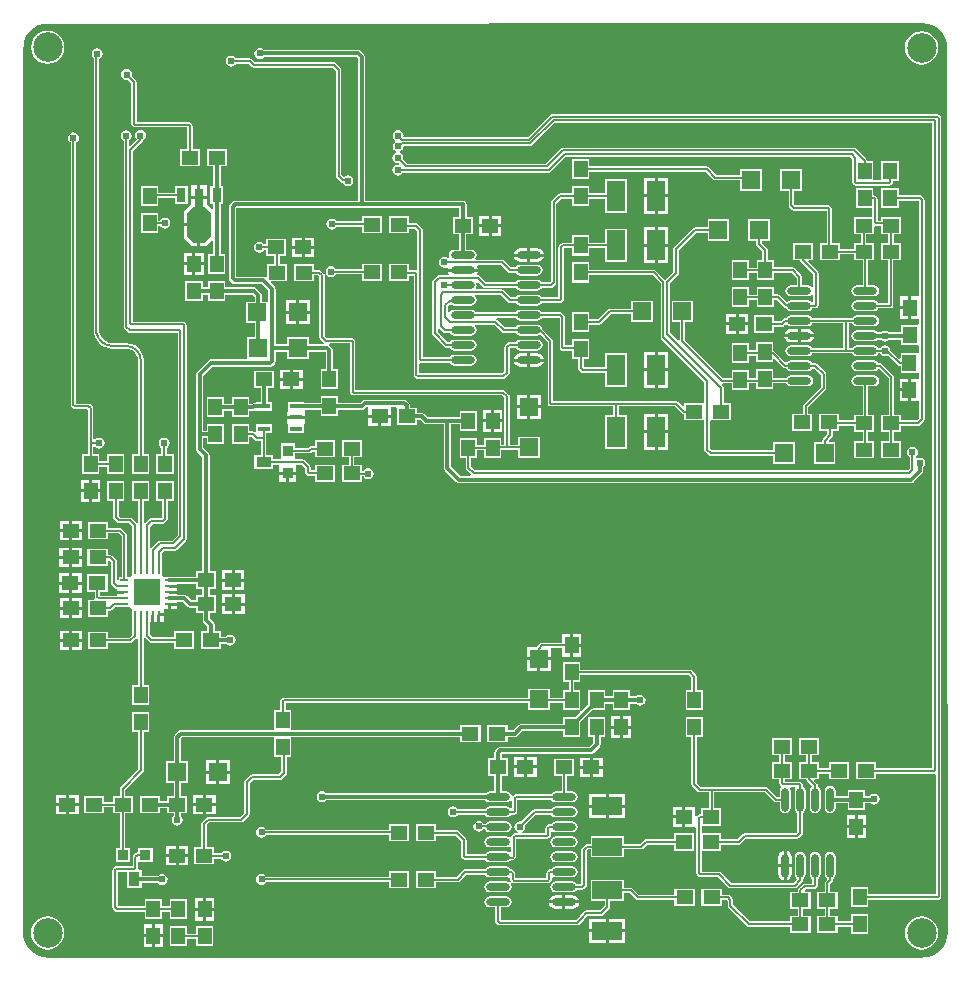
<source format=gbl>
G04*
G04 #@! TF.GenerationSoftware,Altium Limited,Altium Designer,20.1.8 (145)*
G04*
G04 Layer_Physical_Order=2*
G04 Layer_Color=16672372*
%FSAX24Y24*%
%MOIN*%
G70*
G04*
G04 #@! TF.SameCoordinates,548E75E3-62BA-4D27-8EBC-4AC5D718A5B1*
G04*
G04*
G04 #@! TF.FilePolarity,Positive*
G04*
G01*
G75*
%ADD21C,0.0060*%
%ADD22C,0.0120*%
%ADD23C,0.0984*%
%ADD24C,0.0240*%
%ADD25C,0.0300*%
%ADD26R,0.0550X0.0450*%
%ADD27R,0.0413X0.0180*%
%ADD28R,0.0110X0.0272*%
%ADD29R,0.0272X0.0090*%
%ADD30R,0.0850X0.0850*%
%ADD31R,0.0600X0.1000*%
%ADD32R,0.1000X0.0600*%
%ADD33R,0.0450X0.0550*%
G04:AMPARAMS|DCode=34|XSize=78.7mil|YSize=118.1mil|CornerRadius=0mil|HoleSize=0mil|Usage=FLASHONLY|Rotation=180.000|XOffset=0mil|YOffset=0mil|HoleType=Round|Shape=Octagon|*
%AMOCTAGOND34*
4,1,8,0.0197,-0.0591,-0.0197,-0.0591,-0.0394,-0.0394,-0.0394,0.0394,-0.0197,0.0591,0.0197,0.0591,0.0394,0.0394,0.0394,-0.0394,0.0197,-0.0591,0.0*
%
%ADD34OCTAGOND34*%

%ADD35R,0.0315X0.0472*%
%ADD36R,0.0315X0.0630*%
%ADD37R,0.0360X0.0360*%
%ADD38R,0.0360X0.0500*%
%ADD39O,0.0240X0.0800*%
%ADD40R,0.0600X0.0600*%
%ADD41O,0.0800X0.0240*%
%ADD42R,0.0360X0.0360*%
%ADD43R,0.0500X0.0360*%
%ADD44R,0.0600X0.0600*%
G36*
X033312Y034923D02*
X033465Y034877D01*
X033605Y034802D01*
X033728Y034701D01*
X033829Y034578D01*
X033904Y034437D01*
X033951Y034285D01*
X033962Y034169D01*
X033966Y034121D01*
X033966Y034120D01*
X033966Y034120D01*
X033966Y034120D01*
X033966Y034071D01*
X033968Y026616D01*
X033973Y012254D01*
X033976Y012241D01*
X033978Y004688D01*
X033978Y004688D01*
X033978Y004688D01*
X033979Y004685D01*
X033979Y004629D01*
X033980Y004626D01*
X033980Y004625D01*
X033964Y004465D01*
X033917Y004310D01*
X033841Y004167D01*
X033738Y004042D01*
X033613Y003940D01*
X033471Y003864D01*
X033316Y003817D01*
X033208Y003806D01*
X033160Y003802D01*
X033155Y003802D01*
X033133Y003797D01*
X004136D01*
X004088Y003800D01*
Y003800D01*
X004019Y003793D01*
X003851Y003810D01*
X003689Y003859D01*
X003540Y003939D01*
X003409Y004046D01*
X003302Y004177D01*
X003222Y004326D01*
X003173Y004488D01*
X003163Y004587D01*
X003163Y004587D01*
X003163D01*
X003161Y004590D01*
X003161Y034089D01*
X003162Y034096D01*
X003165Y034100D01*
X003172Y034135D01*
X003176Y034183D01*
X003187Y034286D01*
X003232Y034436D01*
X003306Y034574D01*
X003405Y034695D01*
X003526Y034794D01*
X003664Y034868D01*
X003814Y034913D01*
X003968Y034929D01*
X003970Y034928D01*
X003975Y034928D01*
X003975Y034928D01*
X003975Y034928D01*
X033160Y034938D01*
X033160Y034938D01*
X033312Y034923D01*
D02*
G37*
%LPC*%
G36*
X003979Y034697D02*
X003834Y034678D01*
X003700Y034623D01*
X003585Y034534D01*
X003496Y034419D01*
X003441Y034285D01*
X003422Y034141D01*
X003441Y033996D01*
X003496Y033862D01*
X003585Y033747D01*
X003700Y033658D01*
X003834Y033603D01*
X003979Y033584D01*
X004123Y033603D01*
X004257Y033658D01*
X004372Y033747D01*
X004461Y033862D01*
X004516Y033996D01*
X004535Y034141D01*
X004516Y034285D01*
X004461Y034419D01*
X004372Y034534D01*
X004257Y034623D01*
X004123Y034678D01*
X003979Y034697D01*
D02*
G37*
G36*
X033110Y034678D02*
X032966Y034659D01*
X032832Y034603D01*
X032716Y034515D01*
X032628Y034399D01*
X032572Y034265D01*
X032553Y034121D01*
X032572Y033977D01*
X032628Y033842D01*
X032716Y033727D01*
X032832Y033639D01*
X032966Y033583D01*
X033110Y033564D01*
X033254Y033583D01*
X033389Y033639D01*
X033504Y033727D01*
X033593Y033842D01*
X033648Y033977D01*
X033667Y034121D01*
X033648Y034265D01*
X033593Y034399D01*
X033504Y034515D01*
X033389Y034603D01*
X033254Y034659D01*
X033110Y034678D01*
D02*
G37*
G36*
X006608Y033413D02*
X006538Y033399D01*
X006479Y033360D01*
X006439Y033300D01*
X006425Y033230D01*
X006439Y033160D01*
X006479Y033100D01*
X006538Y033060D01*
X006608Y033046D01*
X006653Y033055D01*
X006760Y032948D01*
Y031597D01*
X006767Y031562D01*
X006787Y031532D01*
X006822Y031497D01*
X006852Y031477D01*
X006887Y031470D01*
X008626D01*
Y030745D01*
X008385D01*
Y030175D01*
X009055D01*
Y030745D01*
X008810D01*
Y031526D01*
X008803Y031562D01*
X008783Y031591D01*
X008748Y031626D01*
X008718Y031646D01*
X008683Y031653D01*
X006943D01*
Y032986D01*
X006936Y033022D01*
X006917Y033051D01*
X006783Y033185D01*
X006792Y033230D01*
X006778Y033300D01*
X006738Y033360D01*
X006679Y033399D01*
X006608Y033413D01*
D02*
G37*
G36*
X010100Y033857D02*
X010030Y033843D01*
X009970Y033803D01*
X009930Y033744D01*
X009917Y033674D01*
X009930Y033603D01*
X009970Y033544D01*
X010030Y033504D01*
X010100Y033490D01*
X010170Y033504D01*
X010230Y033544D01*
X010255Y033582D01*
X010698D01*
X010795Y033485D01*
X010825Y033465D01*
X010860Y033458D01*
X013472D01*
X013588Y033342D01*
Y029855D01*
X013595Y029820D01*
X013615Y029790D01*
X013762Y029643D01*
X013792Y029623D01*
X013812Y029619D01*
X013813Y029616D01*
X013852Y029556D01*
X013912Y029516D01*
X013982Y029503D01*
X014052Y029516D01*
X014112Y029556D01*
X014152Y029616D01*
X014166Y029686D01*
X014152Y029756D01*
X014112Y029816D01*
X014052Y029856D01*
X013982Y029870D01*
X013912Y029856D01*
X013852Y029816D01*
X013849Y029816D01*
X013772Y029893D01*
Y033380D01*
X013765Y033415D01*
X013745Y033445D01*
X013575Y033615D01*
X013545Y033635D01*
X013510Y033642D01*
X010898D01*
X010801Y033738D01*
X010772Y033758D01*
X010736Y033765D01*
X010255D01*
X010230Y033803D01*
X010170Y033843D01*
X010100Y033857D01*
D02*
G37*
G36*
X022037Y030410D02*
X021467D01*
Y029740D01*
X022037D01*
Y029983D01*
X025915D01*
X026169Y029728D01*
X026199Y029709D01*
X026234Y029702D01*
X027056D01*
Y029346D01*
X027776D01*
Y030066D01*
X027056D01*
Y029885D01*
X026272D01*
X026018Y030140D01*
X025988Y030160D01*
X025953Y030167D01*
X022037D01*
Y030410D01*
D02*
G37*
G36*
X023282Y029741D02*
X022562D01*
Y029267D01*
X022037D01*
Y029510D01*
X021467D01*
Y029267D01*
X021054D01*
X021019Y029260D01*
X020989Y029240D01*
X020779Y029030D01*
X020759Y029000D01*
X020752Y028965D01*
Y026337D01*
X020721Y026305D01*
X020449D01*
X020424Y026343D01*
X020364Y026383D01*
X020294Y026397D01*
X019734D01*
X019664Y026383D01*
X019604Y026343D01*
X019579Y026305D01*
X018587D01*
X018379Y026513D01*
X018349Y026533D01*
X018314Y026540D01*
X018303D01*
X018276Y026590D01*
X018301Y026628D01*
X018309Y026663D01*
X017814D01*
X017320D01*
X017327Y026628D01*
X017352Y026590D01*
X017325Y026540D01*
X017026D01*
X016990Y026533D01*
X016961Y026513D01*
X016817Y026370D01*
X016797Y026340D01*
X016790Y026305D01*
Y024605D01*
X016797Y024570D01*
X016817Y024540D01*
X017209Y024148D01*
X017238Y024129D01*
X017273Y024122D01*
X017379D01*
X017404Y024084D01*
X017464Y024044D01*
X017534Y024030D01*
X018094D01*
X018164Y024044D01*
X018224Y024084D01*
X018264Y024143D01*
X018278Y024213D01*
X018264Y024284D01*
X018224Y024343D01*
X018164Y024383D01*
X018094Y024397D01*
X017534D01*
X017464Y024383D01*
X017404Y024343D01*
X017379Y024305D01*
X017311D01*
X016974Y024643D01*
Y024768D01*
X016983Y024775D01*
X017024Y024787D01*
X017162Y024648D01*
X017192Y024629D01*
X017227Y024622D01*
X017379D01*
X017404Y024584D01*
X017464Y024544D01*
X017534Y024530D01*
X018094D01*
X018164Y024544D01*
X018224Y024584D01*
X018264Y024643D01*
X018278Y024713D01*
X018264Y024784D01*
X018224Y024843D01*
X018220Y024845D01*
X018236Y024895D01*
X018867D01*
X019114Y024648D01*
X019144Y024629D01*
X019179Y024622D01*
X019579D01*
X019604Y024584D01*
X019664Y024544D01*
X019734Y024530D01*
X020294D01*
X020364Y024544D01*
X020394Y024564D01*
X020642Y024315D01*
Y022293D01*
X020649Y022258D01*
X020669Y022228D01*
X020704Y022193D01*
X020734Y022173D01*
X020769Y022166D01*
X022830D01*
Y021878D01*
X022558D01*
Y020758D01*
X023278D01*
Y021878D01*
X023014D01*
Y022166D01*
X024886D01*
X025122Y021931D01*
X025151Y021911D01*
X025186Y021904D01*
X025191D01*
Y021711D01*
X025861Y021711D01*
X025869Y021664D01*
Y020730D01*
X025876Y020695D01*
X025896Y020665D01*
X026016Y020545D01*
X026046Y020525D01*
X026081Y020518D01*
X028167D01*
Y020249D01*
X028887D01*
Y020969D01*
X028167D01*
Y020701D01*
X026119D01*
X026053Y020768D01*
Y021681D01*
X026091Y021711D01*
X026761D01*
Y022281D01*
X026517D01*
Y022795D01*
X026510Y022830D01*
X026490Y022860D01*
X026469Y022882D01*
X026489Y022932D01*
X026777D01*
Y022707D01*
X027347D01*
Y022932D01*
X027591D01*
Y022733D01*
X028161D01*
Y022932D01*
X028599D01*
X028624Y022894D01*
X028684Y022854D01*
X028754Y022840D01*
X029314D01*
X029384Y022854D01*
X029444Y022894D01*
X029484Y022953D01*
X029498Y023023D01*
X029484Y023094D01*
X029444Y023153D01*
X029384Y023193D01*
X029314Y023207D01*
X028754D01*
X028684Y023193D01*
X028624Y023153D01*
X028599Y023115D01*
X028161D01*
Y023403D01*
X027591D01*
Y023115D01*
X027347D01*
Y023377D01*
X026777D01*
Y023115D01*
X026486D01*
X025227Y024374D01*
Y024973D01*
X025496D01*
Y025694D01*
X024776D01*
Y024973D01*
X025044D01*
Y024377D01*
X024994Y024356D01*
X024716Y024634D01*
Y026265D01*
X024989Y026538D01*
X025009Y026568D01*
X025016Y026603D01*
Y027375D01*
X025594Y027954D01*
X025976D01*
Y027686D01*
X026696D01*
Y028406D01*
X025976D01*
Y028137D01*
X025556D01*
X025521Y028130D01*
X025491Y028110D01*
X024859Y027478D01*
X024839Y027448D01*
X024832Y027413D01*
Y026641D01*
X024569Y026378D01*
X024569Y026378D01*
X024250Y026697D01*
X024221Y026717D01*
X024186Y026724D01*
X022039D01*
Y026967D01*
X021469D01*
Y026297D01*
X022039D01*
Y026540D01*
X024148D01*
X024412Y026275D01*
Y024473D01*
X024419Y024438D01*
X024439Y024408D01*
X025869Y022978D01*
Y022327D01*
X025861Y022281D01*
X025819Y022281D01*
X025191D01*
Y022187D01*
X025144Y022167D01*
X024989Y022323D01*
X024959Y022343D01*
X024924Y022350D01*
X020826D01*
Y024353D01*
X020819Y024388D01*
X020799Y024418D01*
X020473Y024744D01*
X020471Y024745D01*
X020464Y024784D01*
X020424Y024843D01*
X020364Y024883D01*
X020294Y024897D01*
X019734D01*
X019664Y024883D01*
X019604Y024843D01*
X019579Y024805D01*
X019217D01*
X018970Y025052D01*
X018940Y025072D01*
X018947Y025122D01*
X019579D01*
X019604Y025084D01*
X019664Y025044D01*
X019734Y025030D01*
X020294D01*
X020364Y025044D01*
X020424Y025084D01*
X020449Y025122D01*
X021028D01*
X021041Y025108D01*
Y024148D01*
X021048Y024113D01*
X021068Y024084D01*
X021103Y024048D01*
X021133Y024029D01*
X021168Y024022D01*
X021465D01*
Y023750D01*
X021658D01*
Y023459D01*
X021665Y023423D01*
X021685Y023394D01*
X021761Y023317D01*
X021791Y023297D01*
X021826Y023290D01*
X022558D01*
Y022823D01*
X023278D01*
Y023943D01*
X022558D01*
Y023474D01*
X021864D01*
X021841Y023497D01*
Y023750D01*
X022035D01*
Y024420D01*
X021465D01*
Y024205D01*
X021225D01*
Y025146D01*
X021218Y025181D01*
X021198Y025211D01*
X021131Y025278D01*
X021101Y025298D01*
X021066Y025305D01*
X020449D01*
X020424Y025343D01*
X020364Y025383D01*
X020294Y025397D01*
X019734D01*
X019664Y025383D01*
X019604Y025343D01*
X019579Y025305D01*
X018249D01*
X018224Y025343D01*
X018164Y025383D01*
X018094Y025397D01*
X017534D01*
X017464Y025383D01*
X017404Y025343D01*
X017376Y025301D01*
X017326Y025316D01*
Y025510D01*
X017400Y025584D01*
X017404Y025584D01*
X017464Y025544D01*
X017534Y025530D01*
X018094D01*
X018164Y025544D01*
X018224Y025584D01*
X018264Y025643D01*
X018278Y025713D01*
X018264Y025784D01*
X018230Y025835D01*
X018239Y025866D01*
X018252Y025885D01*
X019090D01*
X019327Y025648D01*
X019356Y025629D01*
X019392Y025622D01*
X019579D01*
X019604Y025584D01*
X019664Y025544D01*
X019734Y025530D01*
X020294D01*
X020364Y025544D01*
X020424Y025584D01*
X020449Y025622D01*
X021057D01*
X021093Y025629D01*
X021122Y025648D01*
X021158Y025684D01*
X021177Y025713D01*
X021184Y025748D01*
Y027440D01*
X021469D01*
Y027197D01*
X022039D01*
Y027440D01*
X022562D01*
Y026972D01*
X023282D01*
Y028092D01*
X022562D01*
Y027624D01*
X022039D01*
Y027867D01*
X021469D01*
Y027624D01*
X021146D01*
X021111Y027617D01*
X021081Y027597D01*
X021028Y027544D01*
X021008Y027514D01*
X021001Y027479D01*
Y025805D01*
X020449D01*
X020424Y025843D01*
X020364Y025883D01*
X020294Y025897D01*
X019734D01*
X019664Y025883D01*
X019604Y025843D01*
X019579Y025805D01*
X019430D01*
X019193Y026041D01*
X019163Y026061D01*
X019128Y026068D01*
X018274D01*
X018247Y026118D01*
X018264Y026143D01*
X018278Y026213D01*
X018268Y026263D01*
X018293Y026311D01*
X018300Y026319D01*
X018312Y026320D01*
X018484Y026148D01*
X018514Y026129D01*
X018549Y026122D01*
X019579D01*
X019604Y026084D01*
X019664Y026044D01*
X019734Y026030D01*
X020294D01*
X020364Y026044D01*
X020424Y026084D01*
X020449Y026122D01*
X020759D01*
X020794Y026129D01*
X020824Y026148D01*
X020909Y026234D01*
X020929Y026263D01*
X020936Y026299D01*
Y028927D01*
X021092Y029083D01*
X021467D01*
Y028840D01*
X022037D01*
Y029083D01*
X022562D01*
Y028621D01*
X023282D01*
Y029741D01*
D02*
G37*
G36*
X024672Y029781D02*
X024322D01*
Y029231D01*
X024672D01*
Y029781D01*
D02*
G37*
G36*
X024222D02*
X023872D01*
Y029231D01*
X024222D01*
Y029781D01*
D02*
G37*
G36*
X009277Y029540D02*
X009070D01*
Y029176D01*
X009277D01*
Y029540D01*
D02*
G37*
G36*
X008970D02*
X008763D01*
Y029176D01*
X008970D01*
Y029540D01*
D02*
G37*
G36*
X007665Y029505D02*
X007095D01*
Y028835D01*
X007665D01*
Y029112D01*
X008212D01*
Y028908D01*
X008647D01*
Y029500D01*
X008212D01*
Y029296D01*
X007665D01*
Y029505D01*
D02*
G37*
G36*
X009955Y030745D02*
X009285D01*
Y030175D01*
X009498D01*
Y029500D01*
X009393D01*
Y028908D01*
X009498D01*
Y028745D01*
X009451Y028726D01*
X009277Y028900D01*
Y029076D01*
X009020D01*
X008763D01*
Y028900D01*
X008526Y028664D01*
Y028270D01*
X009020D01*
Y028220D01*
X009070D01*
Y027529D01*
X009267D01*
X009451Y027714D01*
X009498Y027695D01*
Y027245D01*
X009335D01*
Y026575D01*
X009905D01*
Y027245D01*
X009742D01*
Y028908D01*
X009828D01*
Y029500D01*
X009742D01*
Y030175D01*
X009955D01*
Y030745D01*
D02*
G37*
G36*
X024672Y029131D02*
X024322D01*
Y028581D01*
X024672D01*
Y029131D01*
D02*
G37*
G36*
X024222D02*
X023872D01*
Y028581D01*
X024222D01*
Y029131D01*
D02*
G37*
G36*
X015125Y028504D02*
X014455D01*
Y028332D01*
X013602D01*
X013576Y028370D01*
X013517Y028410D01*
X013447Y028424D01*
X013376Y028410D01*
X013317Y028370D01*
X013277Y028311D01*
X013263Y028240D01*
X013277Y028170D01*
X013317Y028110D01*
X013376Y028071D01*
X013447Y028057D01*
X013517Y028071D01*
X013576Y028110D01*
X013602Y028149D01*
X014455D01*
Y027934D01*
X015125D01*
Y028504D01*
D02*
G37*
G36*
X019101Y028511D02*
X018776D01*
Y028236D01*
X019101D01*
Y028511D01*
D02*
G37*
G36*
X018676D02*
X018351D01*
Y028236D01*
X018676D01*
Y028511D01*
D02*
G37*
G36*
X007665Y028605D02*
X007095D01*
Y027935D01*
X007665D01*
Y028178D01*
X007725D01*
X007750Y028140D01*
X007810Y028100D01*
X007880Y028086D01*
X007950Y028100D01*
X008010Y028140D01*
X008050Y028200D01*
X008064Y028270D01*
X008050Y028340D01*
X008010Y028400D01*
X007950Y028440D01*
X007880Y028454D01*
X007810Y028440D01*
X007750Y028400D01*
X007725Y028362D01*
X007665D01*
Y028605D01*
D02*
G37*
G36*
X019101Y028136D02*
X018776D01*
Y027861D01*
X019101D01*
Y028136D01*
D02*
G37*
G36*
X018676D02*
X018351D01*
Y027861D01*
X018676D01*
Y028136D01*
D02*
G37*
G36*
X024672Y028132D02*
X024322D01*
Y027582D01*
X024672D01*
Y028132D01*
D02*
G37*
G36*
X024222D02*
X023872D01*
Y027582D01*
X024222D01*
Y028132D01*
D02*
G37*
G36*
X008970Y028170D02*
X008526D01*
Y027776D01*
X008773Y027529D01*
X008970D01*
Y028170D01*
D02*
G37*
G36*
X012867Y027797D02*
X012543D01*
Y027522D01*
X012867D01*
Y027797D01*
D02*
G37*
G36*
X012443D02*
X012118D01*
Y027522D01*
X012443D01*
Y027797D01*
D02*
G37*
G36*
X020294Y027438D02*
X020064D01*
Y027263D01*
X020508D01*
X020501Y027299D01*
X020453Y027372D01*
X020380Y027421D01*
X020294Y027438D01*
D02*
G37*
G36*
X019964D02*
X019734D01*
X019648Y027421D01*
X019576Y027372D01*
X019527Y027299D01*
X019520Y027263D01*
X019964D01*
Y027438D01*
D02*
G37*
G36*
X012867Y027422D02*
X012543D01*
Y027147D01*
X012867D01*
Y027422D01*
D02*
G37*
G36*
X012443D02*
X012118D01*
Y027147D01*
X012443D01*
Y027422D01*
D02*
G37*
G36*
X020508Y027163D02*
X020064D01*
Y026989D01*
X020294D01*
X020380Y027006D01*
X020453Y027055D01*
X020501Y027128D01*
X020508Y027163D01*
D02*
G37*
G36*
X019964D02*
X019520D01*
X019527Y027128D01*
X019576Y027055D01*
X019648Y027006D01*
X019734Y026989D01*
X019964D01*
Y027163D01*
D02*
G37*
G36*
X009181Y027293D02*
X008906D01*
Y026968D01*
X009181D01*
Y027293D01*
D02*
G37*
G36*
X008806D02*
X008531D01*
Y026968D01*
X008806D01*
Y027293D01*
D02*
G37*
G36*
X024672Y027482D02*
X024322D01*
Y026932D01*
X024672D01*
Y027482D01*
D02*
G37*
G36*
X024222D02*
X023872D01*
Y026932D01*
X024222D01*
Y027482D01*
D02*
G37*
G36*
X028046Y028406D02*
X027326D01*
Y027686D01*
X027594D01*
Y027578D01*
X027601Y027543D01*
X027621Y027513D01*
X027803Y027331D01*
Y027040D01*
X027610D01*
Y026797D01*
X027346D01*
Y027040D01*
X026776D01*
Y026370D01*
X027346D01*
Y026613D01*
X027610D01*
Y026370D01*
X028180D01*
Y026621D01*
X028777D01*
X028942Y026455D01*
Y026207D01*
X028754D01*
X028684Y026193D01*
X028624Y026153D01*
X028585Y026094D01*
X028571Y026023D01*
X028585Y025953D01*
X028624Y025894D01*
X028684Y025854D01*
X028754Y025840D01*
X029314D01*
X029384Y025854D01*
X029444Y025894D01*
X029494Y025878D01*
Y025669D01*
X029444Y025653D01*
X029384Y025693D01*
X029314Y025707D01*
X028754D01*
X028684Y025693D01*
X028624Y025653D01*
X028602Y025651D01*
X028375Y025877D01*
X028345Y025897D01*
X028310Y025904D01*
X028180D01*
Y026140D01*
X027610D01*
Y025897D01*
X027346D01*
Y026140D01*
X026776D01*
Y025470D01*
X027346D01*
Y025713D01*
X027610D01*
Y025470D01*
X028180D01*
Y025721D01*
X028272D01*
X028523Y025470D01*
X028553Y025450D01*
X028588Y025443D01*
X028592D01*
X028624Y025394D01*
X028684Y025354D01*
X028754Y025340D01*
X029314D01*
X029384Y025354D01*
X029444Y025394D01*
X029469Y025432D01*
X029550D01*
X029585Y025439D01*
X029615Y025458D01*
X029650Y025494D01*
X029670Y025523D01*
X029677Y025558D01*
Y026612D01*
X029670Y026647D01*
X029650Y026677D01*
X029331Y026997D01*
X029350Y027043D01*
X029481D01*
Y027613D01*
X028811D01*
Y027043D01*
X029059D01*
X029065Y027013D01*
X029085Y026983D01*
X029494Y026574D01*
Y026169D01*
X029444Y026153D01*
X029384Y026193D01*
X029314Y026207D01*
X029126D01*
Y026493D01*
X029119Y026528D01*
X029099Y026558D01*
X028880Y026777D01*
X028850Y026797D01*
X028815Y026804D01*
X028180D01*
Y027040D01*
X027987D01*
Y027369D01*
X027980Y027404D01*
X027960Y027433D01*
X027777Y027616D01*
Y027686D01*
X028046D01*
Y028406D01*
D02*
G37*
G36*
X015125Y026930D02*
X014455D01*
Y026755D01*
X013590D01*
X013564Y026793D01*
X013505Y026833D01*
X013435Y026846D01*
X013364Y026833D01*
X013305Y026793D01*
X013265Y026733D01*
X013251Y026663D01*
X013265Y026593D01*
X013305Y026533D01*
X013364Y026493D01*
X013435Y026479D01*
X013505Y026493D01*
X013564Y026533D01*
X013590Y026571D01*
X014455D01*
Y026360D01*
X015125D01*
Y026930D01*
D02*
G37*
G36*
X016025Y028504D02*
X015355D01*
Y027934D01*
X016025D01*
Y028094D01*
X016226D01*
X016300Y028020D01*
Y026731D01*
X016250Y026699D01*
X016237Y026702D01*
X016025D01*
Y026930D01*
X015355D01*
Y026360D01*
X016025D01*
Y026518D01*
X016180D01*
Y023208D01*
X016187Y023173D01*
X016207Y023144D01*
X016243Y023108D01*
X016272Y023089D01*
X016307Y023082D01*
X019170D01*
X019205Y023089D01*
X019235Y023108D01*
X019359Y023232D01*
X019379Y023262D01*
X019386Y023297D01*
Y024115D01*
X019392Y024122D01*
X019579D01*
X019604Y024084D01*
X019664Y024044D01*
X019734Y024030D01*
X020294D01*
X020364Y024044D01*
X020424Y024084D01*
X020464Y024143D01*
X020478Y024213D01*
X020464Y024284D01*
X020424Y024343D01*
X020364Y024383D01*
X020294Y024397D01*
X019734D01*
X019664Y024383D01*
X019604Y024343D01*
X019579Y024305D01*
X019354D01*
X019319Y024298D01*
X019289Y024278D01*
X019229Y024218D01*
X019209Y024188D01*
X019202Y024153D01*
Y023335D01*
X019132Y023265D01*
X016364D01*
Y023592D01*
X016414Y023624D01*
X016427Y023622D01*
X017379D01*
X017404Y023584D01*
X017464Y023544D01*
X017534Y023530D01*
X018094D01*
X018164Y023544D01*
X018224Y023584D01*
X018264Y023643D01*
X018278Y023713D01*
X018264Y023784D01*
X018224Y023843D01*
X018164Y023883D01*
X018094Y023897D01*
X017534D01*
X017464Y023883D01*
X017404Y023843D01*
X017379Y023805D01*
X016484D01*
Y028058D01*
X016477Y028093D01*
X016457Y028123D01*
X016329Y028250D01*
X016300Y028270D01*
X016264Y028277D01*
X016025D01*
Y028504D01*
D02*
G37*
G36*
X009181Y026868D02*
X008906D01*
Y026543D01*
X009181D01*
Y026868D01*
D02*
G37*
G36*
X008806D02*
X008531D01*
Y026543D01*
X008806D01*
Y026868D01*
D02*
G37*
G36*
X011045Y034114D02*
X010975Y034100D01*
X010915Y034060D01*
X010876Y034001D01*
X010862Y033931D01*
X010876Y033860D01*
X010915Y033801D01*
X010975Y033761D01*
X011045Y033747D01*
X011115Y033761D01*
X011175Y033801D01*
X011180Y033808D01*
X014275D01*
X014328Y033755D01*
Y029022D01*
X010219D01*
X010172Y029013D01*
X010133Y028987D01*
X010062Y028916D01*
X010036Y028877D01*
X010027Y028830D01*
Y026444D01*
X010036Y026397D01*
X010062Y026358D01*
X010133Y026287D01*
X010172Y026261D01*
X010219Y026252D01*
X011115D01*
X011338Y026029D01*
Y025703D01*
X011320Y025660D01*
X011122D01*
Y025870D01*
X011113Y025917D01*
X011087Y025957D01*
X010939Y026104D01*
X010899Y026131D01*
X010852Y026140D01*
X009905D01*
Y026345D01*
X009335D01*
Y026140D01*
X009141D01*
Y026353D01*
X008571D01*
Y025683D01*
X009141D01*
Y025895D01*
X009335D01*
Y025675D01*
X009905D01*
Y025895D01*
X010802D01*
X010878Y025819D01*
Y025660D01*
X010600D01*
Y024940D01*
X010878D01*
Y024470D01*
X010620D01*
Y023750D01*
X010577Y023732D01*
X009420D01*
X009373Y023723D01*
X009333Y023697D01*
X008963Y023327D01*
X008937Y023287D01*
X008928Y023240D01*
Y021220D01*
Y020750D01*
X008937Y020703D01*
X008963Y020663D01*
X009138Y020489D01*
Y016665D01*
X008925D01*
Y016492D01*
X008040D01*
X007993Y016483D01*
X007981Y016475D01*
X007844D01*
X007815Y016495D01*
X007805Y016541D01*
Y016916D01*
X007782D01*
Y017292D01*
X007848Y017358D01*
X008230D01*
X008265Y017365D01*
X008295Y017385D01*
X008585Y017675D01*
X008605Y017705D01*
X008612Y017740D01*
Y024869D01*
X008605Y024904D01*
X008585Y024933D01*
X008550Y024969D01*
X008520Y024988D01*
X008485Y024995D01*
X006822D01*
Y030672D01*
X007137Y030987D01*
X007157Y031017D01*
X007162Y031041D01*
X007202Y031068D01*
X007242Y031127D01*
X007256Y031197D01*
X007242Y031268D01*
X007202Y031327D01*
X007142Y031367D01*
X007072Y031381D01*
X007002Y031367D01*
X006942Y031327D01*
X006902Y031268D01*
X006889Y031197D01*
X006902Y031127D01*
X006942Y031068D01*
X006944Y031053D01*
X006738Y030848D01*
X006692Y030867D01*
Y031034D01*
X006726Y031057D01*
X006766Y031117D01*
X006780Y031187D01*
X006766Y031257D01*
X006726Y031317D01*
X006667Y031356D01*
X006596Y031370D01*
X006526Y031356D01*
X006467Y031317D01*
X006427Y031257D01*
X006413Y031187D01*
X006427Y031117D01*
X006467Y031057D01*
X006508Y031029D01*
Y024814D01*
X006515Y024779D01*
X006535Y024749D01*
X006650Y024635D01*
X006679Y024615D01*
X006714Y024608D01*
X008308D01*
Y017878D01*
X008122Y017692D01*
X007720D01*
X007685Y017685D01*
X007655Y017665D01*
X007432Y017442D01*
X007405Y017447D01*
X007382Y017460D01*
Y018162D01*
X007478Y018258D01*
X007810D01*
X007845Y018265D01*
X007875Y018285D01*
X007955Y018365D01*
X007975Y018395D01*
X007982Y018430D01*
Y019005D01*
X008175D01*
Y019675D01*
X007605D01*
Y019005D01*
X007798D01*
Y018468D01*
X007772Y018442D01*
X007440D01*
X007405Y018435D01*
X007375Y018415D01*
X007232Y018272D01*
X007205Y018277D01*
X007182Y018290D01*
Y019024D01*
X007367D01*
Y019694D01*
X006797D01*
Y019024D01*
X006998D01*
Y018290D01*
X006975Y018277D01*
X006948Y018272D01*
X006785Y018435D01*
X006755Y018455D01*
X006720Y018462D01*
X006408D01*
X006342Y018528D01*
Y019015D01*
X006535D01*
Y019685D01*
X005965D01*
Y019015D01*
X006158D01*
Y018490D01*
X006165Y018455D01*
X006185Y018425D01*
X006305Y018305D01*
X006335Y018285D01*
X006370Y018278D01*
X006682D01*
X006798Y018162D01*
Y016916D01*
X006775D01*
Y016541D01*
X006765Y016495D01*
X006736Y016475D01*
X006632D01*
Y017890D01*
X006625Y017925D01*
X006605Y017955D01*
X006465Y018095D01*
X006435Y018115D01*
X006400Y018122D01*
X005985D01*
Y018315D01*
X005315D01*
Y017745D01*
X005985D01*
Y017938D01*
X006362D01*
X006448Y017852D01*
Y016475D01*
X006344D01*
Y016373D01*
X006294Y016346D01*
X006282Y016355D01*
Y017010D01*
X006275Y017045D01*
X006255Y017075D01*
X006133Y017197D01*
X006103Y017217D01*
X006068Y017224D01*
X005976D01*
Y017417D01*
X005306D01*
Y016847D01*
X005976D01*
Y017040D01*
X006030D01*
X006098Y016972D01*
Y016280D01*
X006105Y016245D01*
X006125Y016215D01*
X006235Y016105D01*
X006265Y016085D01*
X006300Y016078D01*
X006304D01*
Y016020D01*
X006540D01*
Y015920D01*
X006304D01*
Y015862D01*
X005732D01*
Y015995D01*
X005975D01*
Y016565D01*
X005305D01*
Y015995D01*
X005548D01*
Y015818D01*
X005555Y015783D01*
X005561Y015775D01*
X005534Y015725D01*
X005315D01*
Y015155D01*
X005985D01*
Y015358D01*
X006073D01*
X006108Y015365D01*
X006138Y015385D01*
X006231Y015478D01*
X006344D01*
Y015465D01*
X006736D01*
X006765Y015445D01*
X006775Y015416D01*
X006775D01*
Y015024D01*
X006798D01*
Y014558D01*
X006701Y014460D01*
X005990D01*
Y014654D01*
X005320D01*
Y014084D01*
X005990D01*
Y014277D01*
X006735D01*
X006770Y014284D01*
X006771Y014284D01*
X006775Y014285D01*
X006805Y014305D01*
X006943Y014443D01*
X006991Y014426D01*
X006993Y014425D01*
Y012875D01*
X006795D01*
Y012205D01*
X007365D01*
Y012875D01*
X007176D01*
Y014448D01*
X007222Y014464D01*
X007226Y014464D01*
X007375Y014315D01*
X007405Y014295D01*
X007440Y014288D01*
X008185D01*
Y014095D01*
X008855D01*
Y014665D01*
X008185D01*
Y014472D01*
X007478D01*
X007382Y014568D01*
Y014984D01*
X007440D01*
Y015220D01*
X007540D01*
Y014984D01*
X007640D01*
Y015220D01*
X007690D01*
Y015270D01*
X007845D01*
Y015425D01*
X007990D01*
Y015570D01*
X008040D01*
Y015620D01*
X008276D01*
Y015648D01*
X008489D01*
X008643Y015493D01*
X008683Y015467D01*
X008730Y015458D01*
X008935D01*
Y015295D01*
X009148D01*
Y015040D01*
X009157Y014993D01*
X009183Y014953D01*
X009298Y014839D01*
Y014665D01*
X009085D01*
Y014095D01*
X009755D01*
Y014248D01*
X009935D01*
X009940Y014240D01*
X010000Y014200D01*
X010070Y014186D01*
X010140Y014200D01*
X010200Y014240D01*
X010240Y014300D01*
X010254Y014370D01*
X010240Y014440D01*
X010200Y014500D01*
X010140Y014540D01*
X010070Y014554D01*
X010000Y014540D01*
X009940Y014500D01*
X009935Y014492D01*
X009755D01*
Y014665D01*
X009542D01*
Y014890D01*
X009533Y014937D01*
X009507Y014977D01*
X009392Y015091D01*
Y015295D01*
X009605D01*
Y015865D01*
X009382D01*
Y016095D01*
X009595D01*
Y016665D01*
X009382D01*
Y020540D01*
X009373Y020587D01*
X009347Y020627D01*
X009172Y020801D01*
Y021119D01*
X009285D01*
Y020906D01*
X009855D01*
Y021576D01*
X009285D01*
Y021363D01*
X009172D01*
Y023189D01*
X009471Y023488D01*
X011390D01*
X011437Y023497D01*
X011476Y023523D01*
X011547Y023594D01*
X011573Y023633D01*
X011582Y023680D01*
Y023988D01*
X011970D01*
Y023750D01*
X012690D01*
Y023988D01*
X013250D01*
Y023407D01*
X013087D01*
Y022737D01*
X013657D01*
Y023407D01*
X013494D01*
Y024040D01*
X013485Y024087D01*
X013458Y024126D01*
X013388Y024197D01*
X013361Y024215D01*
X013376Y024265D01*
X014052D01*
Y022658D01*
X014059Y022623D01*
X014079Y022594D01*
X014114Y022558D01*
X014144Y022539D01*
X014179Y022532D01*
X019132D01*
X019202Y022461D01*
Y020892D01*
X019097D01*
Y021120D01*
X018527D01*
Y020884D01*
X018291D01*
Y021127D01*
X017721D01*
Y020457D01*
X017915D01*
Y020111D01*
X017922Y020076D01*
X017941Y020046D01*
X018085Y019903D01*
X018064Y019853D01*
X017738D01*
X017424Y020167D01*
Y021570D01*
X017721D01*
Y021357D01*
X018291D01*
Y022027D01*
X017721D01*
Y021814D01*
X016647D01*
X016534Y021928D01*
X016494Y021954D01*
X016447Y021963D01*
X016278D01*
Y022126D01*
X016065D01*
Y022203D01*
X016056Y022250D01*
X016029Y022290D01*
X015959Y022360D01*
X015919Y022386D01*
X015872Y022396D01*
X014554D01*
X014507Y022386D01*
X014468Y022360D01*
X014402Y022294D01*
X013657D01*
Y022507D01*
X013087D01*
Y022295D01*
X012533D01*
Y022323D01*
X012000D01*
Y022039D01*
X012000Y022023D01*
X011964Y021988D01*
X011960D01*
Y021848D01*
X012267D01*
X012573D01*
Y021988D01*
X012573D01*
X012572Y022038D01*
X012577Y022050D01*
X013087D01*
Y021837D01*
X013657D01*
Y022050D01*
X014453D01*
X014500Y022059D01*
X014539Y022085D01*
X014605Y022151D01*
X014668D01*
Y021891D01*
X015418D01*
Y022151D01*
X015568D01*
X015608Y022126D01*
Y021556D01*
X016278D01*
Y021719D01*
X016397D01*
X016510Y021605D01*
X016550Y021579D01*
X016597Y021570D01*
X017179D01*
Y020116D01*
X017188Y020069D01*
X017215Y020030D01*
X017601Y019644D01*
X017641Y019617D01*
X017687Y019608D01*
X032762D01*
X032809Y019617D01*
X032848Y019644D01*
X033136Y019932D01*
X033163Y019971D01*
X033172Y020018D01*
Y020138D01*
X033179Y020143D01*
X033219Y020203D01*
X033233Y020273D01*
X033219Y020343D01*
X033179Y020403D01*
X033120Y020442D01*
X033050Y020456D01*
X032979Y020442D01*
X032970Y020436D01*
X032920Y020462D01*
X032919Y020492D01*
X032936Y020504D01*
X032975Y020563D01*
X032989Y020633D01*
X032975Y020704D01*
X032936Y020763D01*
X032876Y020803D01*
X032806Y020817D01*
X032736Y020803D01*
X032676Y020763D01*
X032636Y020704D01*
X032622Y020633D01*
X032636Y020563D01*
X032676Y020504D01*
X032714Y020478D01*
Y020093D01*
X032655Y020034D01*
X018213D01*
X018098Y020149D01*
Y020457D01*
X018291D01*
Y020700D01*
X018527D01*
Y020450D01*
X019097D01*
Y020709D01*
X019656D01*
Y020440D01*
X020376D01*
Y021160D01*
X019656D01*
Y020892D01*
X019386D01*
Y022499D01*
X019379Y022535D01*
X019359Y022564D01*
X019235Y022688D01*
X019205Y022708D01*
X019170Y022715D01*
X014236D01*
Y024321D01*
X014229Y024356D01*
X014209Y024386D01*
X014174Y024421D01*
X014144Y024441D01*
X014109Y024448D01*
X013292D01*
X013222Y024518D01*
Y026532D01*
X013215Y026567D01*
X013195Y026596D01*
X013096Y026695D01*
X013067Y026715D01*
X013032Y026722D01*
X012855D01*
Y026915D01*
X012185D01*
Y026345D01*
X012855D01*
Y026538D01*
X012994D01*
X013038Y026494D01*
Y024480D01*
X013045Y024445D01*
X013065Y024415D01*
X013189Y024292D01*
X013203Y024282D01*
X013187Y024232D01*
X012690D01*
Y024470D01*
X011970D01*
Y024232D01*
X011582D01*
Y026080D01*
X011573Y026127D01*
X011547Y026167D01*
X011414Y026299D01*
X011433Y026345D01*
X011955D01*
Y026915D01*
X011712D01*
Y027187D01*
X011927D01*
Y027757D01*
X011257D01*
Y027572D01*
X011195D01*
X011170Y027610D01*
X011110Y027650D01*
X011040Y027664D01*
X010970Y027650D01*
X010910Y027610D01*
X010870Y027550D01*
X010856Y027480D01*
X010870Y027410D01*
X010910Y027350D01*
X010970Y027310D01*
X011040Y027296D01*
X011110Y027310D01*
X011170Y027350D01*
X011195Y027388D01*
X011257D01*
Y027187D01*
X011528D01*
Y026915D01*
X011285D01*
Y026495D01*
X011235Y026472D01*
X011213Y026487D01*
X011166Y026496D01*
X010271D01*
Y028778D01*
X017703D01*
Y028471D01*
X017491D01*
Y027901D01*
X017692D01*
Y027397D01*
X017534D01*
X017464Y027383D01*
X017404Y027343D01*
X017365Y027284D01*
X017351Y027213D01*
X017365Y027143D01*
X017373Y027130D01*
X017334Y027101D01*
X017274Y027141D01*
X017204Y027155D01*
X017134Y027141D01*
X017074Y027101D01*
X017034Y027041D01*
X017020Y026971D01*
X017034Y026901D01*
X017074Y026841D01*
X017134Y026802D01*
X017204Y026788D01*
X017274Y026802D01*
X017277Y026803D01*
X017322Y026773D01*
X017320Y026763D01*
X017814D01*
X018309D01*
X018301Y026799D01*
X018285Y026824D01*
X018311Y026874D01*
X019101D01*
X019327Y026648D01*
X019356Y026629D01*
X019392Y026622D01*
X019579D01*
X019604Y026584D01*
X019664Y026544D01*
X019734Y026530D01*
X020294D01*
X020364Y026544D01*
X020424Y026584D01*
X020464Y026643D01*
X020478Y026713D01*
X020464Y026784D01*
X020424Y026843D01*
X020364Y026883D01*
X020294Y026897D01*
X019734D01*
X019664Y026883D01*
X019604Y026843D01*
X019579Y026805D01*
X019430D01*
X019204Y027031D01*
X019174Y027051D01*
X019139Y027058D01*
X018267D01*
X018240Y027108D01*
X018264Y027143D01*
X018278Y027213D01*
X018264Y027284D01*
X018224Y027343D01*
X018164Y027383D01*
X018094Y027397D01*
X017936D01*
Y027901D01*
X018161D01*
Y028471D01*
X017948D01*
Y028900D01*
X017939Y028947D01*
X017912Y028987D01*
X017872Y029013D01*
X017826Y029022D01*
X014572D01*
Y033806D01*
X014563Y033853D01*
X014537Y033892D01*
X014412Y034017D01*
X014372Y034044D01*
X014325Y034053D01*
X011180D01*
X011175Y034060D01*
X011115Y034100D01*
X011045Y034114D01*
D02*
G37*
G36*
X029126Y030066D02*
X028406D01*
Y029346D01*
X028674D01*
Y028868D01*
X028681Y028833D01*
X028701Y028803D01*
X028785Y028718D01*
X028815Y028699D01*
X028850Y028692D01*
X029942D01*
Y027613D01*
X029711D01*
Y027043D01*
X030381D01*
Y027236D01*
X030842D01*
Y027041D01*
X031142D01*
Y026207D01*
X030954D01*
X030884Y026193D01*
X030824Y026153D01*
X030785Y026094D01*
X030771Y026023D01*
X030785Y025953D01*
X030824Y025894D01*
X030884Y025854D01*
X030954Y025840D01*
X031514D01*
X031584Y025854D01*
X031644Y025894D01*
X031684Y025953D01*
X031698Y026023D01*
X031684Y026094D01*
X031644Y026153D01*
X031584Y026193D01*
X031514Y026207D01*
X031326D01*
Y027041D01*
X031512D01*
Y027611D01*
X031269D01*
Y027901D01*
X031521D01*
Y028150D01*
X031530Y028160D01*
X031571Y028184D01*
X031590Y028180D01*
X031751D01*
Y027901D01*
X031994D01*
Y027611D01*
X031742D01*
Y027041D01*
X031986D01*
Y025615D01*
X031669D01*
X031644Y025653D01*
X031584Y025693D01*
X031514Y025707D01*
X030954D01*
X030884Y025693D01*
X030824Y025653D01*
X030785Y025594D01*
X030771Y025523D01*
X030785Y025453D01*
X030824Y025394D01*
X030884Y025354D01*
X030954Y025340D01*
X031514D01*
X031584Y025354D01*
X031644Y025394D01*
X031669Y025432D01*
X032043D01*
X032078Y025439D01*
X032108Y025458D01*
X032143Y025494D01*
X032163Y025523D01*
X032170Y025558D01*
Y027041D01*
X032412D01*
Y027611D01*
X032177D01*
Y027901D01*
X032421D01*
Y028471D01*
X031751D01*
Y028364D01*
X031647D01*
Y029071D01*
X031640Y029107D01*
X031620Y029136D01*
X031585Y029171D01*
X031555Y029191D01*
X031520Y029198D01*
X031493D01*
Y029442D01*
X030924D01*
Y028772D01*
X031463D01*
Y028471D01*
X030851D01*
Y027901D01*
X031085D01*
Y027611D01*
X030842D01*
Y027420D01*
X030381D01*
Y027613D01*
X030126D01*
Y028748D01*
X030119Y028783D01*
X030099Y028813D01*
X030064Y028848D01*
X030034Y028868D01*
X029999Y028875D01*
X028888D01*
X028857Y028906D01*
Y029346D01*
X029126D01*
Y030066D01*
D02*
G37*
G36*
X032660Y025835D02*
X032385D01*
Y025510D01*
X032660D01*
Y025835D01*
D02*
G37*
G36*
X012710Y025700D02*
X012360D01*
Y025350D01*
X012710D01*
Y025700D01*
D02*
G37*
G36*
X012260D02*
X011910D01*
Y025350D01*
X012260D01*
Y025700D01*
D02*
G37*
G36*
X032660Y025410D02*
X032385D01*
Y025085D01*
X032660D01*
Y025410D01*
D02*
G37*
G36*
X024146Y025694D02*
X023426D01*
Y025425D01*
X022714D01*
X022679Y025418D01*
X022649Y025398D01*
X022328Y025077D01*
X022035D01*
Y025320D01*
X021465D01*
Y024650D01*
X022035D01*
Y024893D01*
X022366D01*
X022401Y024900D01*
X022430Y024920D01*
X022752Y025242D01*
X023426D01*
Y024973D01*
X024146D01*
Y025694D01*
D02*
G37*
G36*
X027334Y025240D02*
X027009D01*
Y024965D01*
X027334D01*
Y025240D01*
D02*
G37*
G36*
X026909D02*
X026584D01*
Y024965D01*
X026909D01*
Y025240D01*
D02*
G37*
G36*
X012710Y025250D02*
X012360D01*
Y024900D01*
X012710D01*
Y025250D01*
D02*
G37*
G36*
X012260D02*
X011910D01*
Y024900D01*
X012260D01*
Y025250D01*
D02*
G37*
G36*
X032343Y029456D02*
X031773D01*
Y028786D01*
X032343D01*
Y029029D01*
X033021D01*
X033028Y029022D01*
Y025835D01*
X032760D01*
Y025460D01*
Y025085D01*
X033028D01*
Y024931D01*
X032995Y024895D01*
X032978Y024895D01*
X032425D01*
Y024631D01*
X032036D01*
X032031Y024638D01*
X031971Y024678D01*
X031901Y024692D01*
X031831Y024678D01*
X031771Y024638D01*
X031654D01*
X031644Y024653D01*
X031584Y024693D01*
X031514Y024707D01*
X030954D01*
X030884Y024693D01*
X030824Y024653D01*
X030785Y024594D01*
X030771Y024523D01*
X030785Y024453D01*
X030824Y024394D01*
X030884Y024354D01*
X030954Y024340D01*
X031514D01*
X031584Y024354D01*
X031644Y024394D01*
X031761D01*
X031771Y024379D01*
X031831Y024339D01*
X031901Y024325D01*
X031971Y024339D01*
X032031Y024379D01*
X032036Y024386D01*
X032425D01*
Y024225D01*
X032978D01*
X032995Y024225D01*
X033028Y024189D01*
Y023971D01*
X032985Y023955D01*
X032978Y023955D01*
X032415D01*
Y023771D01*
X032369Y023752D01*
X032065Y024056D01*
X032058Y024060D01*
X032051Y024096D01*
X032012Y024155D01*
X031952Y024195D01*
X031882Y024209D01*
X031812Y024195D01*
X031752Y024155D01*
X031725Y024115D01*
X031669D01*
X031644Y024153D01*
X031584Y024193D01*
X031514Y024207D01*
X030954D01*
X030884Y024193D01*
X030824Y024153D01*
X030799Y024115D01*
X030686D01*
Y024932D01*
X030799D01*
X030824Y024894D01*
X030884Y024854D01*
X030954Y024840D01*
X031514D01*
X031584Y024854D01*
X031644Y024894D01*
X031684Y024953D01*
X031698Y025023D01*
X031684Y025094D01*
X031644Y025153D01*
X031584Y025193D01*
X031514Y025207D01*
X030954D01*
X030884Y025193D01*
X030824Y025153D01*
X030799Y025115D01*
X029469D01*
X029444Y025153D01*
X029384Y025193D01*
X029314Y025207D01*
X028754D01*
X028684Y025193D01*
X028624Y025153D01*
X028599Y025115D01*
X028564D01*
X028529Y025108D01*
X028499Y025088D01*
X028416Y025005D01*
X028194D01*
Y025200D01*
X027524D01*
Y024630D01*
X028194D01*
Y024822D01*
X028454D01*
X028489Y024829D01*
X028519Y024848D01*
X028572Y024902D01*
X028622Y024897D01*
X028624Y024894D01*
X028684Y024854D01*
X028754Y024840D01*
X029314D01*
X029384Y024854D01*
X029444Y024894D01*
X029469Y024932D01*
X030502D01*
Y024115D01*
X029469D01*
X029444Y024153D01*
X029384Y024193D01*
X029314Y024207D01*
X028754D01*
X028684Y024193D01*
X028624Y024153D01*
X028585Y024094D01*
X028571Y024023D01*
X028585Y023953D01*
X028624Y023894D01*
X028684Y023854D01*
X028754Y023840D01*
X029314D01*
X029384Y023854D01*
X029444Y023894D01*
X029469Y023932D01*
X030799D01*
X030824Y023894D01*
X030884Y023854D01*
X030954Y023840D01*
X031514D01*
X031584Y023854D01*
X031644Y023894D01*
X031669Y023932D01*
X031728D01*
X031752Y023896D01*
X031812Y023856D01*
X031882Y023842D01*
X031952Y023856D01*
X031984Y023877D01*
X032322Y023539D01*
X032352Y023519D01*
X032387Y023512D01*
X032415D01*
Y023285D01*
X032978D01*
X032985Y023285D01*
X033028Y023269D01*
Y023144D01*
X033025Y023095D01*
X032978Y023095D01*
X032750D01*
Y022720D01*
Y022345D01*
X033025Y022345D01*
X033028Y022296D01*
Y021778D01*
X032949Y021699D01*
X032429D01*
Y021892D01*
X032194D01*
Y022669D01*
X032197Y022683D01*
Y023144D01*
X032190Y023179D01*
X032170Y023209D01*
X031791Y023588D01*
X031761Y023608D01*
X031726Y023615D01*
X031669D01*
X031644Y023653D01*
X031584Y023693D01*
X031514Y023707D01*
X030954D01*
X030884Y023693D01*
X030824Y023653D01*
X030785Y023594D01*
X030771Y023523D01*
X030785Y023453D01*
X030824Y023394D01*
X030884Y023354D01*
X030954Y023340D01*
X031514D01*
X031584Y023354D01*
X031644Y023394D01*
X031650Y023402D01*
X031712Y023408D01*
X032014Y023106D01*
Y022697D01*
X032011Y022683D01*
Y021892D01*
X031759D01*
Y021323D01*
X032011D01*
Y021015D01*
X031768D01*
Y020445D01*
X032438D01*
Y021015D01*
X032194D01*
Y021323D01*
X032429D01*
Y021516D01*
X032987D01*
X033023Y021523D01*
X033052Y021543D01*
X033185Y021675D01*
X033205Y021705D01*
X033212Y021740D01*
Y029060D01*
X033205Y029095D01*
X033185Y029125D01*
X033124Y029186D01*
X033094Y029206D01*
X033059Y029213D01*
X032343D01*
Y029456D01*
D02*
G37*
G36*
X027334Y024865D02*
X027009D01*
Y024590D01*
X027334D01*
Y024865D01*
D02*
G37*
G36*
X026909D02*
X026584D01*
Y024590D01*
X026909D01*
Y024865D01*
D02*
G37*
G36*
X029314Y024748D02*
X029084D01*
Y024573D01*
X029529D01*
X029521Y024609D01*
X029473Y024682D01*
X029400Y024731D01*
X029314Y024748D01*
D02*
G37*
G36*
X028984D02*
X028754D01*
X028668Y024731D01*
X028596Y024682D01*
X028547Y024609D01*
X028540Y024573D01*
X028984D01*
Y024748D01*
D02*
G37*
G36*
X029529Y024473D02*
X029084D01*
Y024299D01*
X029314D01*
X029400Y024316D01*
X029473Y024365D01*
X029521Y024438D01*
X029529Y024473D01*
D02*
G37*
G36*
X028984D02*
X028540D01*
X028547Y024438D01*
X028596Y024365D01*
X028668Y024316D01*
X028754Y024299D01*
X028984D01*
Y024473D01*
D02*
G37*
G36*
X028161Y024303D02*
X027591D01*
Y024034D01*
X027347D01*
Y024277D01*
X026777D01*
Y023607D01*
X027347D01*
Y023850D01*
X027591D01*
Y023633D01*
X028161D01*
Y023731D01*
X028208Y023750D01*
X028499Y023458D01*
X028529Y023439D01*
X028564Y023432D01*
X028599D01*
X028624Y023394D01*
X028684Y023354D01*
X028754Y023340D01*
X029314D01*
X029384Y023354D01*
X029444Y023394D01*
X029467Y023429D01*
X029516Y023431D01*
X029752Y023195D01*
Y022821D01*
X029179Y022248D01*
X029159Y022218D01*
X029152Y022183D01*
Y021919D01*
X028802D01*
Y021349D01*
X029472D01*
Y021919D01*
X029336D01*
Y022145D01*
X029909Y022718D01*
X029929Y022748D01*
X029936Y022783D01*
Y023233D01*
X029929Y023268D01*
X029909Y023298D01*
X029619Y023588D01*
X029589Y023608D01*
X029554Y023615D01*
X029469D01*
X029444Y023653D01*
X029384Y023693D01*
X029314Y023707D01*
X028754D01*
X028684Y023693D01*
X028624Y023653D01*
X028622Y023650D01*
X028572Y023645D01*
X028221Y023996D01*
X028191Y024016D01*
X028161Y024022D01*
Y024303D01*
D02*
G37*
G36*
X020294Y023938D02*
X020064D01*
Y023763D01*
X020508D01*
X020501Y023799D01*
X020453Y023872D01*
X020380Y023921D01*
X020294Y023938D01*
D02*
G37*
G36*
X019964D02*
X019734D01*
X019648Y023921D01*
X019576Y023872D01*
X019527Y023799D01*
X019520Y023763D01*
X019964D01*
Y023938D01*
D02*
G37*
G36*
X020508Y023663D02*
X020064D01*
Y023489D01*
X020294D01*
X020380Y023506D01*
X020453Y023555D01*
X020501Y023628D01*
X020508Y023663D01*
D02*
G37*
G36*
X019964D02*
X019520D01*
X019527Y023628D01*
X019576Y023555D01*
X019648Y023506D01*
X019734Y023489D01*
X019964D01*
Y023663D01*
D02*
G37*
G36*
X024668Y023983D02*
X024318D01*
Y023433D01*
X024668D01*
Y023983D01*
D02*
G37*
G36*
X024218D02*
X023868D01*
Y023433D01*
X024218D01*
Y023983D01*
D02*
G37*
G36*
X012479Y023397D02*
X012154D01*
Y023122D01*
X012479D01*
Y023397D01*
D02*
G37*
G36*
X012054D02*
X011729D01*
Y023122D01*
X012054D01*
Y023397D01*
D02*
G37*
G36*
X024668Y023333D02*
X024318D01*
Y022783D01*
X024668D01*
Y023333D01*
D02*
G37*
G36*
X024218D02*
X023868D01*
Y022783D01*
X024218D01*
Y023333D01*
D02*
G37*
G36*
X032650Y023095D02*
X032375D01*
Y022770D01*
X032650D01*
Y023095D01*
D02*
G37*
G36*
X012479Y023022D02*
X012154D01*
Y022747D01*
X012479D01*
Y023022D01*
D02*
G37*
G36*
X012054D02*
X011729D01*
Y022747D01*
X012054D01*
Y023022D01*
D02*
G37*
G36*
X032650Y022670D02*
X032375D01*
Y022345D01*
X032650D01*
Y022670D01*
D02*
G37*
G36*
X011539Y023357D02*
X010869D01*
Y022787D01*
X011081D01*
Y022323D01*
X010937D01*
Y022295D01*
X010868D01*
X010822Y022286D01*
X010789Y022263D01*
X010701D01*
Y022476D01*
X010131D01*
Y022263D01*
X009855D01*
Y022476D01*
X009285D01*
Y021806D01*
X009855D01*
Y022019D01*
X010131D01*
Y021806D01*
X010701D01*
Y022019D01*
X010837D01*
X010884Y022028D01*
X010887Y022030D01*
X010937Y022023D01*
Y022023D01*
X011470D01*
Y022323D01*
X011326D01*
Y022787D01*
X011539D01*
Y023357D01*
D02*
G37*
G36*
X020416Y022550D02*
X020066D01*
Y022200D01*
X020416D01*
Y022550D01*
D02*
G37*
G36*
X019966D02*
X019616D01*
Y022200D01*
X019966D01*
Y022550D01*
D02*
G37*
G36*
X020416Y022100D02*
X020066D01*
Y021750D01*
X020416D01*
Y022100D01*
D02*
G37*
G36*
X019966D02*
X019616D01*
Y021750D01*
X019966D01*
Y022100D01*
D02*
G37*
G36*
X019137Y022060D02*
X018862D01*
Y021735D01*
X019137D01*
Y022060D01*
D02*
G37*
G36*
X018762D02*
X018487D01*
Y021735D01*
X018762D01*
Y022060D01*
D02*
G37*
G36*
X031514Y023207D02*
X030954D01*
X030884Y023193D01*
X030824Y023153D01*
X030785Y023094D01*
X030771Y023023D01*
X030785Y022953D01*
X030824Y022894D01*
X030884Y022854D01*
X030954Y022840D01*
X031142D01*
Y021892D01*
X030859D01*
Y021699D01*
X030372D01*
Y021919D01*
X029702D01*
Y021349D01*
X029972D01*
Y021242D01*
X029812Y021082D01*
X029792Y021052D01*
X029785Y021017D01*
Y020969D01*
X029517D01*
Y020249D01*
X030237D01*
Y020969D01*
X030030D01*
X030009Y021019D01*
X030129Y021139D01*
X030148Y021169D01*
X030155Y021204D01*
Y021349D01*
X030372D01*
Y021516D01*
X030859D01*
Y021323D01*
X031142D01*
Y021015D01*
X030868D01*
Y020445D01*
X031538D01*
Y021015D01*
X031326D01*
Y021323D01*
X031529D01*
Y021892D01*
X031326D01*
Y022840D01*
X031514D01*
X031584Y022854D01*
X031644Y022894D01*
X031684Y022953D01*
X031698Y023023D01*
X031684Y023094D01*
X031644Y023153D01*
X031584Y023193D01*
X031514Y023207D01*
D02*
G37*
G36*
X015418Y021791D02*
X015093D01*
Y021516D01*
X015418D01*
Y021791D01*
D02*
G37*
G36*
X014993D02*
X014668D01*
Y021516D01*
X014993D01*
Y021791D01*
D02*
G37*
G36*
X024668Y021918D02*
X024318D01*
Y021368D01*
X024668D01*
Y021918D01*
D02*
G37*
G36*
X024218D02*
X023868D01*
Y021368D01*
X024218D01*
Y021918D01*
D02*
G37*
G36*
X019137Y021635D02*
X018862D01*
Y021310D01*
X019137D01*
Y021635D01*
D02*
G37*
G36*
X018762D02*
X018487D01*
Y021310D01*
X018762D01*
Y021635D01*
D02*
G37*
G36*
X012573Y021748D02*
X012267D01*
X011960D01*
Y021608D01*
X011964D01*
X012000Y021574D01*
X012000Y021558D01*
Y021274D01*
X012533D01*
Y021558D01*
X012533Y021574D01*
X012569Y021608D01*
X012573D01*
Y021748D01*
D02*
G37*
G36*
X004840Y031304D02*
X004770Y031290D01*
X004710Y031250D01*
X004670Y031190D01*
X004656Y031120D01*
X004670Y031050D01*
X004710Y030990D01*
X004748Y030965D01*
Y022205D01*
X004755Y022170D01*
X004775Y022140D01*
X004810Y022105D01*
X004840Y022085D01*
X004875Y022078D01*
X005302D01*
X005318Y022062D01*
Y020940D01*
Y020585D01*
X005125D01*
Y019915D01*
X005695D01*
Y020158D01*
X005965D01*
Y019915D01*
X006535D01*
Y020585D01*
X005965D01*
Y020342D01*
X005695D01*
Y020585D01*
X005502D01*
Y020812D01*
X005552Y020827D01*
X005563Y020810D01*
X005622Y020771D01*
X005693Y020757D01*
X005763Y020771D01*
X005822Y020810D01*
X005862Y020870D01*
X005876Y020940D01*
X005862Y021010D01*
X005822Y021070D01*
X005763Y021110D01*
X005693Y021124D01*
X005622Y021110D01*
X005563Y021070D01*
X005552Y021053D01*
X005502Y021068D01*
Y022100D01*
X005495Y022135D01*
X005475Y022165D01*
X005405Y022235D01*
X005375Y022254D01*
X005340Y022261D01*
X004932D01*
Y030965D01*
X004970Y030990D01*
X005010Y031050D01*
X005024Y031120D01*
X005010Y031190D01*
X004970Y031250D01*
X004910Y031290D01*
X004840Y031304D01*
D02*
G37*
G36*
X024668Y021268D02*
X024318D01*
Y020718D01*
X024668D01*
Y021268D01*
D02*
G37*
G36*
X024218D02*
X023868D01*
Y020718D01*
X024218D01*
Y021268D01*
D02*
G37*
G36*
X010701Y021576D02*
X010131D01*
Y020906D01*
X010701D01*
Y021149D01*
X010791D01*
X010895Y021045D01*
X010925Y021025D01*
X010960Y021018D01*
X011090D01*
Y020552D01*
X010871D01*
Y020072D01*
X011491D01*
Y020220D01*
X011701D01*
Y019992D01*
X011981D01*
X012261D01*
Y020220D01*
X012444D01*
X012562Y020102D01*
Y019977D01*
X012569Y019942D01*
X012589Y019912D01*
X012624Y019877D01*
X012654Y019857D01*
X012689Y019850D01*
X012874D01*
Y019657D01*
X013544D01*
Y020227D01*
X012874D01*
Y020034D01*
X012746D01*
Y020140D01*
X012739Y020175D01*
X012719Y020205D01*
X012547Y020377D01*
X012518Y020397D01*
X012482Y020404D01*
X012226D01*
X012221Y020452D01*
X012221Y020454D01*
Y020600D01*
X012706D01*
X012741Y020607D01*
X012771Y020627D01*
X012802Y020658D01*
X012874D01*
Y020465D01*
X013544D01*
Y021035D01*
X012874D01*
Y020842D01*
X012764D01*
X012729Y020835D01*
X012699Y020815D01*
X012668Y020784D01*
X012221D01*
Y020932D01*
X011741D01*
Y020454D01*
X011741Y020452D01*
X011737Y020404D01*
X011491D01*
Y020552D01*
X011273D01*
Y021110D01*
Y021274D01*
X011470D01*
Y021574D01*
X010937D01*
Y021333D01*
X010912Y021317D01*
X010887Y021311D01*
X010864Y021326D01*
X010829Y021333D01*
X010701D01*
Y021576D01*
D02*
G37*
G36*
X005634Y034101D02*
X005564Y034087D01*
X005504Y034047D01*
X005464Y033988D01*
X005450Y033917D01*
X005464Y033847D01*
X005504Y033788D01*
X005513Y033782D01*
Y024632D01*
X005513Y024625D01*
X005513Y024625D01*
X005513Y024625D01*
X005517Y024607D01*
X005514Y024607D01*
X005550Y024488D01*
X005610Y024375D01*
X005691Y024277D01*
X005789Y024196D01*
X005901Y024136D01*
X006023Y024099D01*
X006101Y024092D01*
X006150Y024087D01*
X006150Y024087D01*
Y024088D01*
X006600Y024088D01*
X006600Y024088D01*
X006701Y024075D01*
X006795Y024036D01*
X006876Y023974D01*
X006938Y023893D01*
X006977Y023799D01*
X006991Y023698D01*
X006990Y023698D01*
Y020594D01*
X006797D01*
Y019924D01*
X007367D01*
Y020594D01*
X007174D01*
Y023698D01*
X007177D01*
X007157Y023847D01*
X007100Y023986D01*
X007008Y024106D01*
X006889Y024198D01*
X006749Y024255D01*
X006600Y024275D01*
Y024272D01*
X006150Y024272D01*
X006148Y024271D01*
X006030Y024287D01*
X005917Y024333D01*
X005821Y024407D01*
X005747Y024504D01*
X005709Y024596D01*
X005697Y024644D01*
D01*
X005697Y024691D01*
Y033746D01*
X005704Y033748D01*
X005764Y033788D01*
X005803Y033847D01*
X005817Y033917D01*
X005803Y033988D01*
X005764Y034047D01*
X005704Y034087D01*
X005634Y034101D01*
D02*
G37*
G36*
X007860Y021124D02*
X007790Y021110D01*
X007730Y021070D01*
X007690Y021010D01*
X007676Y020940D01*
X007690Y020870D01*
X007730Y020810D01*
X007768Y020785D01*
Y020575D01*
X007605D01*
Y019905D01*
X008175D01*
Y020575D01*
X007952D01*
Y020785D01*
X007990Y020810D01*
X008030Y020870D01*
X008044Y020940D01*
X008030Y021010D01*
X007990Y021070D01*
X007930Y021110D01*
X007860Y021124D01*
D02*
G37*
G36*
X014444Y021035D02*
X013774D01*
Y020465D01*
X014017D01*
Y020227D01*
X013774D01*
Y019657D01*
X014444D01*
Y019838D01*
X014515D01*
X014540Y019800D01*
X014600Y019760D01*
X014670Y019746D01*
X014740Y019760D01*
X014800Y019800D01*
X014840Y019860D01*
X014854Y019930D01*
X014840Y020000D01*
X014800Y020060D01*
X014740Y020100D01*
X014670Y020114D01*
X014600Y020100D01*
X014540Y020060D01*
X014515Y020022D01*
X014444D01*
Y020227D01*
X014201D01*
Y020465D01*
X014444D01*
Y021035D01*
D02*
G37*
G36*
X012261Y019892D02*
X012031D01*
Y019662D01*
X012261D01*
Y019892D01*
D02*
G37*
G36*
X011931D02*
X011701D01*
Y019662D01*
X011931D01*
Y019892D01*
D02*
G37*
G36*
X005735Y019725D02*
X005460D01*
Y019400D01*
X005735D01*
Y019725D01*
D02*
G37*
G36*
X005360D02*
X005085D01*
Y019400D01*
X005360D01*
Y019725D01*
D02*
G37*
G36*
X005735Y019300D02*
X005460D01*
Y018975D01*
X005735D01*
Y019300D01*
D02*
G37*
G36*
X005360D02*
X005085D01*
Y018975D01*
X005360D01*
Y019300D01*
D02*
G37*
G36*
X005125Y018355D02*
X004800D01*
Y018080D01*
X005125D01*
Y018355D01*
D02*
G37*
G36*
X004700D02*
X004375D01*
Y018080D01*
X004700D01*
Y018355D01*
D02*
G37*
G36*
X005125Y017980D02*
X004800D01*
Y017705D01*
X005125D01*
Y017980D01*
D02*
G37*
G36*
X004700D02*
X004375D01*
Y017705D01*
X004700D01*
Y017980D01*
D02*
G37*
G36*
X005116Y017457D02*
X004791D01*
Y017182D01*
X005116D01*
Y017457D01*
D02*
G37*
G36*
X004691D02*
X004366D01*
Y017182D01*
X004691D01*
Y017457D01*
D02*
G37*
G36*
X005116Y017082D02*
X004791D01*
Y016807D01*
X005116D01*
Y017082D01*
D02*
G37*
G36*
X004691D02*
X004366D01*
Y016807D01*
X004691D01*
Y017082D01*
D02*
G37*
G36*
X010535Y016705D02*
X010210D01*
Y016430D01*
X010535D01*
Y016705D01*
D02*
G37*
G36*
X010110D02*
X009785D01*
Y016430D01*
X010110D01*
Y016705D01*
D02*
G37*
G36*
X005115Y016605D02*
X004790D01*
Y016330D01*
X005115D01*
Y016605D01*
D02*
G37*
G36*
X004690D02*
X004365D01*
Y016330D01*
X004690D01*
Y016605D01*
D02*
G37*
G36*
X010535Y016330D02*
X010210D01*
Y016055D01*
X010535D01*
Y016330D01*
D02*
G37*
G36*
X010110D02*
X009785D01*
Y016055D01*
X010110D01*
Y016330D01*
D02*
G37*
G36*
X005115Y016230D02*
X004790D01*
Y015955D01*
X005115D01*
Y016230D01*
D02*
G37*
G36*
X004690D02*
X004365D01*
Y015955D01*
X004690D01*
Y016230D01*
D02*
G37*
G36*
X010545Y015905D02*
X010220D01*
Y015630D01*
X010545D01*
Y015905D01*
D02*
G37*
G36*
X010120D02*
X009795D01*
Y015630D01*
X010120D01*
Y015905D01*
D02*
G37*
G36*
X005125Y015765D02*
X004800D01*
Y015490D01*
X005125D01*
Y015765D01*
D02*
G37*
G36*
X004700D02*
X004375D01*
Y015490D01*
X004700D01*
Y015765D01*
D02*
G37*
G36*
X008276Y015520D02*
X008090D01*
Y015425D01*
X008276D01*
Y015520D01*
D02*
G37*
G36*
X010545Y015530D02*
X010220D01*
Y015255D01*
X010545D01*
Y015530D01*
D02*
G37*
G36*
X010120D02*
X009795D01*
Y015255D01*
X010120D01*
Y015530D01*
D02*
G37*
G36*
X005125Y015390D02*
X004800D01*
Y015115D01*
X005125D01*
Y015390D01*
D02*
G37*
G36*
X004700D02*
X004375D01*
Y015115D01*
X004700D01*
Y015390D01*
D02*
G37*
G36*
X007845Y015170D02*
X007740D01*
Y014984D01*
X007845D01*
Y015170D01*
D02*
G37*
G36*
X005130Y014694D02*
X004805D01*
Y014419D01*
X005130D01*
Y014694D01*
D02*
G37*
G36*
X004705D02*
X004380D01*
Y014419D01*
X004705D01*
Y014694D01*
D02*
G37*
G36*
X021767Y014580D02*
X021492D01*
Y014255D01*
X021767D01*
Y014580D01*
D02*
G37*
G36*
X005130Y014319D02*
X004805D01*
Y014044D01*
X005130D01*
Y014319D01*
D02*
G37*
G36*
X004705D02*
X004380D01*
Y014044D01*
X004705D01*
Y014319D01*
D02*
G37*
G36*
X021767Y014155D02*
X021492D01*
Y013830D01*
X021767D01*
Y014155D01*
D02*
G37*
G36*
X021392Y014580D02*
X021117D01*
Y014297D01*
X020455D01*
X020420Y014290D01*
X020390Y014270D01*
X020280Y014160D01*
X020273Y014150D01*
X019950D01*
Y013800D01*
X020350D01*
X020750D01*
Y014113D01*
X021117D01*
Y013830D01*
X021392D01*
Y014205D01*
Y014580D01*
D02*
G37*
G36*
X020750Y013700D02*
X020400D01*
Y013350D01*
X020750D01*
Y013700D01*
D02*
G37*
G36*
X020300D02*
X019950D01*
Y013350D01*
X020300D01*
Y013700D01*
D02*
G37*
G36*
X021727Y013640D02*
X021157D01*
Y012970D01*
X021350D01*
Y012703D01*
X021157D01*
Y012460D01*
X020710D01*
Y012760D01*
X019990D01*
Y012460D01*
X011855D01*
X011820Y012453D01*
X011790Y012433D01*
X011755Y012398D01*
X011735Y012368D01*
X011728Y012333D01*
Y012055D01*
X011535D01*
X011535Y011385D01*
X011489Y011375D01*
X008415D01*
X008369Y011366D01*
X008329Y011339D01*
X008212Y011223D01*
X008186Y011183D01*
X008176Y011136D01*
Y010338D01*
X007939D01*
Y009618D01*
X008176D01*
Y009176D01*
X007964D01*
Y009014D01*
X007715D01*
Y009175D01*
X007045D01*
Y008605D01*
X007715D01*
Y008769D01*
X007964D01*
Y008606D01*
X008178D01*
Y008515D01*
X008170Y008510D01*
X008130Y008450D01*
X008116Y008380D01*
X008130Y008310D01*
X008170Y008250D01*
X008230Y008210D01*
X008300Y008196D01*
X008370Y008210D01*
X008430Y008250D01*
X008470Y008310D01*
X008484Y008380D01*
X008470Y008450D01*
X008430Y008510D01*
X008422Y008515D01*
Y008606D01*
X008634D01*
Y009176D01*
X008421D01*
Y009618D01*
X008659D01*
Y010338D01*
X008421D01*
Y011085D01*
X008466Y011131D01*
X011535D01*
Y010485D01*
X011768D01*
Y009998D01*
X011672Y009902D01*
X010780D01*
X010745Y009895D01*
X010715Y009875D01*
X010555Y009715D01*
X010535Y009685D01*
X010528Y009650D01*
Y008608D01*
X010402Y008482D01*
X009330D01*
X009295Y008475D01*
X009265Y008455D01*
X009126Y008316D01*
X009106Y008286D01*
X009099Y008251D01*
Y007477D01*
X008856D01*
Y006907D01*
X009526D01*
Y007088D01*
X009765D01*
X009790Y007050D01*
X009850Y007010D01*
X009920Y006996D01*
X009990Y007010D01*
X010050Y007050D01*
X010090Y007110D01*
X010104Y007180D01*
X010090Y007250D01*
X010050Y007310D01*
X009990Y007350D01*
X009920Y007364D01*
X009850Y007350D01*
X009790Y007310D01*
X009765Y007272D01*
X009526D01*
Y007477D01*
X009283D01*
Y008213D01*
X009368Y008298D01*
X010440D01*
X010475Y008305D01*
X010505Y008325D01*
X010685Y008505D01*
X010705Y008535D01*
X010712Y008570D01*
Y009612D01*
X010818Y009718D01*
X011710D01*
X011745Y009725D01*
X011775Y009745D01*
X011925Y009895D01*
X011945Y009925D01*
X011952Y009960D01*
Y010485D01*
X012105D01*
Y011131D01*
X017737D01*
Y010968D01*
X018407D01*
Y011538D01*
X017737D01*
Y011375D01*
X012151D01*
X012105Y011385D01*
X012105Y011425D01*
Y012055D01*
X011912D01*
Y012276D01*
X019990D01*
Y012040D01*
X020710D01*
Y012276D01*
X021157D01*
Y012033D01*
X021679D01*
X021713Y012033D01*
X021739Y011988D01*
X021554Y011803D01*
X021157D01*
Y011590D01*
X019760D01*
X019713Y011581D01*
X019674Y011554D01*
X019495Y011375D01*
X019307D01*
Y011538D01*
X018637D01*
Y010968D01*
X019307D01*
Y011131D01*
X019545D01*
X019592Y011140D01*
X019632Y011166D01*
X019811Y011346D01*
X021157D01*
Y011133D01*
X021727D01*
Y011630D01*
X022129Y012032D01*
X022135Y012033D01*
X022573D01*
Y012253D01*
X022807D01*
Y012040D01*
X023377D01*
Y012253D01*
X023587D01*
X023597Y012238D01*
X023656Y012198D01*
X023727Y012184D01*
X023797Y012198D01*
X023856Y012238D01*
X023896Y012297D01*
X023910Y012368D01*
X023896Y012438D01*
X023856Y012497D01*
X023797Y012537D01*
X023727Y012551D01*
X023656Y012537D01*
X023598Y012498D01*
X023377D01*
Y012710D01*
X022807D01*
Y012498D01*
X022573D01*
Y012703D01*
X022003D01*
Y012248D01*
X021990Y012239D01*
X021772Y012021D01*
X021727Y012047D01*
X021727Y012077D01*
Y012703D01*
X021534D01*
Y012970D01*
X021727D01*
Y013213D01*
X025341D01*
X025438Y013116D01*
Y012703D01*
X025245D01*
Y012033D01*
X025815D01*
Y012703D01*
X025621D01*
Y013154D01*
X025614Y013190D01*
X025594Y013219D01*
X025444Y013370D01*
X025414Y013390D01*
X025379Y013397D01*
X021727D01*
Y013640D01*
D02*
G37*
G36*
X023417Y011850D02*
X023142D01*
Y011525D01*
X023417D01*
Y011850D01*
D02*
G37*
G36*
X023042D02*
X022767D01*
Y011525D01*
X023042D01*
Y011850D01*
D02*
G37*
G36*
X023417Y011425D02*
X023142D01*
Y011100D01*
X023417D01*
Y011425D01*
D02*
G37*
G36*
X023042D02*
X022767D01*
Y011100D01*
X023042D01*
Y011425D01*
D02*
G37*
G36*
X020274Y010473D02*
X019949D01*
Y010198D01*
X020274D01*
Y010473D01*
D02*
G37*
G36*
X019849D02*
X019524D01*
Y010198D01*
X019849D01*
Y010473D01*
D02*
G37*
G36*
X022474Y010462D02*
X022149D01*
Y010187D01*
X022474D01*
Y010462D01*
D02*
G37*
G36*
X022049D02*
X021724D01*
Y010187D01*
X022049D01*
Y010462D01*
D02*
G37*
G36*
X033628Y031919D02*
X020794D01*
X020759Y031912D01*
X020729Y031892D01*
X019991Y031153D01*
X015871D01*
X015840Y031192D01*
X015841Y031197D01*
X015827Y031267D01*
X015787Y031327D01*
X015727Y031366D01*
X015657Y031380D01*
X015587Y031366D01*
X015527Y031327D01*
X015488Y031267D01*
X015474Y031197D01*
X015488Y031127D01*
X015527Y031067D01*
X015564Y031043D01*
X015565Y030985D01*
X015529Y030960D01*
X015489Y030901D01*
X015475Y030831D01*
X015489Y030760D01*
X015529Y030701D01*
X015574Y030670D01*
X015578Y030656D01*
X015577Y030623D01*
X015574Y030615D01*
X015526Y030582D01*
X015486Y030523D01*
X015472Y030453D01*
X015486Y030382D01*
X015526Y030323D01*
X015586Y030283D01*
X015656Y030269D01*
X015683Y030275D01*
X015696Y030259D01*
X015668Y030214D01*
X015644Y030219D01*
X015574Y030205D01*
X015514Y030165D01*
X015474Y030105D01*
X015460Y030035D01*
X015474Y029965D01*
X015514Y029905D01*
X015574Y029865D01*
X015644Y029852D01*
X015714Y029865D01*
X015774Y029905D01*
X015799Y029943D01*
X020675D01*
X020710Y029950D01*
X020740Y029970D01*
X021258Y030488D01*
X030740D01*
X030802Y030426D01*
Y029655D01*
X030809Y029620D01*
X030829Y029590D01*
X030864Y029555D01*
X030894Y029535D01*
X030929Y029528D01*
X032023D01*
X032058Y029535D01*
X032088Y029555D01*
X032123Y029590D01*
X032143Y029620D01*
X032150Y029655D01*
Y029686D01*
X032343D01*
Y030356D01*
X031773D01*
Y029711D01*
X031493D01*
Y030342D01*
X031300D01*
X031293Y030377D01*
X031273Y030406D01*
X030915Y030765D01*
X030885Y030785D01*
X030850Y030792D01*
X021170D01*
X021135Y030785D01*
X021105Y030765D01*
X020602Y030262D01*
X015977D01*
X015830Y030408D01*
X015839Y030453D01*
X015825Y030523D01*
X015786Y030582D01*
X015740Y030613D01*
X015736Y030628D01*
X015737Y030660D01*
X015740Y030669D01*
X015788Y030701D01*
X015828Y030760D01*
X015842Y030831D01*
X015851Y030842D01*
X020070D01*
X020106Y030849D01*
X020135Y030869D01*
X020882Y031615D01*
X033468D01*
Y010110D01*
X031594D01*
Y010303D01*
X030924D01*
Y009733D01*
X031594D01*
Y009926D01*
X033525D01*
X033538Y009929D01*
X033588Y009896D01*
Y005906D01*
X031334D01*
Y006149D01*
X030764D01*
Y005479D01*
X031334D01*
Y005722D01*
X033645D01*
X033680Y005729D01*
X033710Y005749D01*
X033745Y005784D01*
X033765Y005814D01*
X033772Y005849D01*
Y031775D01*
X033765Y031810D01*
X033745Y031840D01*
X033693Y031892D01*
X033663Y031912D01*
X033628Y031919D01*
D02*
G37*
G36*
X010049Y010378D02*
X009699D01*
Y010028D01*
X010049D01*
Y010378D01*
D02*
G37*
G36*
X009599D02*
X009249D01*
Y010028D01*
X009599D01*
Y010378D01*
D02*
G37*
G36*
X020274Y010098D02*
X019949D01*
Y009823D01*
X020274D01*
Y010098D01*
D02*
G37*
G36*
X019849D02*
X019524D01*
Y009823D01*
X019849D01*
Y010098D01*
D02*
G37*
G36*
X022474Y010087D02*
X022149D01*
Y009812D01*
X022474D01*
Y010087D01*
D02*
G37*
G36*
X022049D02*
X021724D01*
Y009812D01*
X022049D01*
Y010087D01*
D02*
G37*
G36*
X029694Y011102D02*
X029024D01*
Y010532D01*
X029267D01*
Y010303D01*
X029026D01*
Y009733D01*
X029269D01*
X029275Y009701D01*
X029295Y009671D01*
X029441Y009525D01*
X029436Y009475D01*
X029434Y009474D01*
X029394Y009414D01*
X029380Y009344D01*
Y008784D01*
X029394Y008714D01*
X029434Y008654D01*
X029493Y008614D01*
X029564Y008600D01*
X029634Y008614D01*
X029693Y008654D01*
X029733Y008714D01*
X029747Y008784D01*
Y009344D01*
X029733Y009414D01*
X029693Y009474D01*
X029655Y009499D01*
Y009532D01*
X029648Y009567D01*
X029629Y009597D01*
X029539Y009687D01*
X029558Y009733D01*
X029696D01*
Y009926D01*
X030024D01*
Y009733D01*
X030694D01*
Y010303D01*
X030024D01*
Y010110D01*
X029696D01*
Y010303D01*
X029451D01*
Y010532D01*
X029694D01*
Y011102D01*
D02*
G37*
G36*
X010049Y009928D02*
X009699D01*
Y009578D01*
X010049D01*
Y009928D01*
D02*
G37*
G36*
X009599D02*
X009249D01*
Y009578D01*
X009599D01*
Y009928D01*
D02*
G37*
G36*
X022573Y011803D02*
X022003D01*
Y011133D01*
X022166D01*
Y010949D01*
X022039Y010822D01*
X019063D01*
X019016Y010813D01*
X018977Y010787D01*
X018906Y010716D01*
X018880Y010677D01*
X018870Y010630D01*
Y010433D01*
X018664D01*
Y009863D01*
X018868D01*
Y009334D01*
X018710D01*
X018640Y009320D01*
X018580Y009280D01*
X018580Y009279D01*
X013268D01*
X013259Y009293D01*
X013199Y009333D01*
X013129Y009347D01*
X013059Y009333D01*
X012999Y009293D01*
X012960Y009234D01*
X012946Y009163D01*
X012960Y009093D01*
X012999Y009034D01*
X013059Y008994D01*
X013129Y008980D01*
X013199Y008994D01*
X013259Y009034D01*
X013260Y009034D01*
X018571D01*
X018580Y009020D01*
X018640Y008980D01*
X018710Y008966D01*
X019270D01*
X019340Y008980D01*
X019400Y009020D01*
X019403Y009026D01*
X019453Y009010D01*
Y008790D01*
X019403Y008774D01*
X019400Y008780D01*
X019340Y008820D01*
X019270Y008834D01*
X018710D01*
X018640Y008820D01*
X018580Y008780D01*
X018555Y008742D01*
X017655D01*
X017630Y008780D01*
X017570Y008820D01*
X017500Y008834D01*
X017430Y008820D01*
X017370Y008780D01*
X017330Y008720D01*
X017316Y008650D01*
X017330Y008580D01*
X017370Y008520D01*
X017430Y008480D01*
X017500Y008466D01*
X017570Y008480D01*
X017630Y008520D01*
X017655Y008558D01*
X018555D01*
X018580Y008520D01*
X018640Y008480D01*
X018710Y008466D01*
X019270D01*
X019340Y008480D01*
X019400Y008520D01*
X019425Y008558D01*
X019510D01*
X019545Y008565D01*
X019575Y008585D01*
X019610Y008620D01*
X019630Y008650D01*
X019637Y008685D01*
Y009058D01*
X020755D01*
X020780Y009020D01*
X020840Y008980D01*
X020910Y008966D01*
X021470D01*
X021540Y008980D01*
X021600Y009020D01*
X021640Y009080D01*
X021654Y009150D01*
X021640Y009220D01*
X021600Y009280D01*
X021540Y009320D01*
X021470Y009334D01*
X021290D01*
Y009852D01*
X021534D01*
Y010422D01*
X020864D01*
Y009852D01*
X021107D01*
Y009334D01*
X020910D01*
X020840Y009320D01*
X020780Y009280D01*
X020755Y009242D01*
X019580D01*
X019545Y009235D01*
X019515Y009215D01*
X019496Y009195D01*
X019444Y009207D01*
X019442Y009210D01*
X019440Y009220D01*
X019400Y009280D01*
X019340Y009320D01*
X019270Y009334D01*
X019112D01*
Y009863D01*
X019334D01*
Y010433D01*
X019115D01*
Y010578D01*
X022090D01*
X022137Y010587D01*
X022177Y010613D01*
X022374Y010811D01*
X022401Y010851D01*
X022410Y010898D01*
Y011133D01*
X022573D01*
Y011803D01*
D02*
G37*
G36*
X007365Y011975D02*
X006795D01*
Y011305D01*
X006998D01*
Y010078D01*
X006415Y009495D01*
X006395Y009465D01*
X006388Y009430D01*
Y009175D01*
X006145D01*
Y008982D01*
X005870D01*
Y009175D01*
X005200D01*
Y008605D01*
X005870D01*
Y008798D01*
X006145D01*
Y008605D01*
X006388D01*
Y007450D01*
X006250D01*
Y006970D01*
X006730D01*
Y007450D01*
X006572D01*
Y008605D01*
X006815D01*
Y009175D01*
X006572D01*
Y009392D01*
X007155Y009975D01*
X007175Y010005D01*
X007182Y010040D01*
Y011305D01*
X007365D01*
Y011975D01*
D02*
G37*
G36*
X009574Y009216D02*
X009249D01*
Y008941D01*
X009574D01*
Y009216D01*
D02*
G37*
G36*
X009149D02*
X008824D01*
Y008941D01*
X009149D01*
Y009216D01*
D02*
G37*
G36*
X005010Y009215D02*
X004685D01*
Y008940D01*
X005010D01*
Y009215D01*
D02*
G37*
G36*
X004585D02*
X004260D01*
Y008940D01*
X004585D01*
Y009215D01*
D02*
G37*
G36*
X023239Y009244D02*
X022689D01*
Y008894D01*
X023239D01*
Y009244D01*
D02*
G37*
G36*
X022589D02*
X022039D01*
Y008894D01*
X022589D01*
Y009244D01*
D02*
G37*
G36*
X030064Y009527D02*
X029993Y009514D01*
X029934Y009474D01*
X029894Y009414D01*
X029880Y009344D01*
Y008784D01*
X029894Y008714D01*
X029934Y008654D01*
X029993Y008614D01*
X030064Y008600D01*
X030134Y008614D01*
X030193Y008654D01*
X030233Y008714D01*
X030247Y008784D01*
Y008936D01*
X030647D01*
Y008724D01*
X031217D01*
Y008936D01*
X031404D01*
X031457Y008901D01*
X031527Y008887D01*
X031597Y008901D01*
X031657Y008941D01*
X031696Y009000D01*
X031710Y009070D01*
X031696Y009141D01*
X031657Y009200D01*
X031597Y009240D01*
X031527Y009254D01*
X031457Y009240D01*
X031397Y009200D01*
X031384Y009181D01*
X031217D01*
Y009394D01*
X030647D01*
Y009181D01*
X030247D01*
Y009344D01*
X030233Y009414D01*
X030193Y009474D01*
X030134Y009514D01*
X030064Y009527D01*
D02*
G37*
G36*
X009574Y008841D02*
X009249D01*
Y008566D01*
X009574D01*
Y008841D01*
D02*
G37*
G36*
X009149D02*
X008824D01*
Y008566D01*
X009149D01*
Y008841D01*
D02*
G37*
G36*
X005010Y008840D02*
X004685D01*
Y008565D01*
X005010D01*
Y008840D01*
D02*
G37*
G36*
X004585D02*
X004260D01*
Y008565D01*
X004585D01*
Y008840D01*
D02*
G37*
G36*
X025140Y008807D02*
X024815D01*
Y008532D01*
X025140D01*
Y008807D01*
D02*
G37*
G36*
X025815Y011803D02*
X025245D01*
Y011133D01*
X025438D01*
Y009583D01*
X025445Y009548D01*
X025465Y009518D01*
X025657Y009325D01*
X025687Y009305D01*
X025722Y009298D01*
X026015D01*
Y008767D01*
X025755D01*
Y008574D01*
X025725D01*
X025690Y008567D01*
X025660Y008547D01*
X025625Y008512D01*
X025615Y008497D01*
X025565Y008512D01*
Y008807D01*
X025240D01*
Y008482D01*
Y008157D01*
X025550D01*
X025565Y008157D01*
X025600Y008122D01*
Y006605D01*
X025607Y006570D01*
X025627Y006540D01*
X025662Y006505D01*
X025692Y006485D01*
X025727Y006478D01*
X026321D01*
X026675Y006124D01*
X026705Y006105D01*
X026740Y006098D01*
X028878D01*
X028913Y006105D01*
X028943Y006124D01*
X029129Y006310D01*
X029148Y006340D01*
X029155Y006375D01*
Y006429D01*
X029193Y006454D01*
X029233Y006514D01*
X029247Y006584D01*
Y007144D01*
X029233Y007214D01*
X029193Y007274D01*
X029134Y007314D01*
X029064Y007327D01*
X028993Y007314D01*
X028934Y007274D01*
X028894Y007214D01*
X028880Y007144D01*
Y006584D01*
X028894Y006514D01*
X028934Y006454D01*
X028940Y006450D01*
X028946Y006387D01*
X028840Y006281D01*
X026778D01*
X026424Y006635D01*
X026394Y006655D01*
X026359Y006662D01*
X025784D01*
Y007363D01*
X026434D01*
Y007556D01*
X027008D01*
X027043Y007563D01*
X027073Y007583D01*
X027248Y007758D01*
X028969D01*
X029004Y007765D01*
X029034Y007785D01*
X029129Y007880D01*
X029148Y007910D01*
X029155Y007945D01*
Y008629D01*
X029193Y008654D01*
X029233Y008714D01*
X029247Y008784D01*
Y009344D01*
X029233Y009414D01*
X029193Y009474D01*
X029155Y009499D01*
Y009536D01*
X029148Y009571D01*
X029129Y009601D01*
X029093Y009636D01*
X029064Y009656D01*
X029028Y009663D01*
X028551D01*
Y009733D01*
X028796D01*
Y010303D01*
X028551D01*
Y010532D01*
X028794D01*
Y011102D01*
X028124D01*
Y010532D01*
X028367D01*
Y010303D01*
X028126D01*
Y009733D01*
X028367D01*
Y009607D01*
X028374Y009572D01*
X028394Y009542D01*
X028415Y009521D01*
X028434Y009474D01*
X028394Y009414D01*
X028380Y009344D01*
Y009156D01*
X028294D01*
X027995Y009455D01*
X027965Y009475D01*
X027930Y009482D01*
X025760D01*
X025621Y009621D01*
Y011133D01*
X025815D01*
Y011803D01*
D02*
G37*
G36*
X021470Y008834D02*
X020910D01*
X020840Y008820D01*
X020780Y008780D01*
X020755Y008742D01*
X020210D01*
X020175Y008735D01*
X020145Y008715D01*
X019765Y008335D01*
X019720Y008344D01*
X019650Y008330D01*
X019590Y008290D01*
X019550Y008230D01*
X019536Y008160D01*
X019550Y008090D01*
X019590Y008030D01*
X019648Y007992D01*
X019649Y007988D01*
X019635Y007942D01*
X019545D01*
X019510Y007935D01*
X019480Y007915D01*
X019445Y007880D01*
X019425Y007850D01*
X019421Y007826D01*
X019392Y007807D01*
X019368Y007801D01*
X019340Y007820D01*
X019270Y007834D01*
X018710D01*
X018640Y007820D01*
X018580Y007780D01*
X018541Y007720D01*
X018527Y007650D01*
X018541Y007580D01*
X018580Y007520D01*
X018640Y007480D01*
X018710Y007466D01*
X019270D01*
X019340Y007480D01*
X019368Y007499D01*
X019418Y007472D01*
Y007328D01*
X019368Y007301D01*
X019340Y007320D01*
X019270Y007334D01*
X018710D01*
X018640Y007320D01*
X018580Y007280D01*
X018555Y007242D01*
X017947D01*
Y007705D01*
X017940Y007740D01*
X017920Y007770D01*
X017672Y008018D01*
X017642Y008038D01*
X017607Y008045D01*
X016925D01*
Y008238D01*
X016255D01*
Y007668D01*
X016925D01*
Y007861D01*
X017569D01*
X017763Y007667D01*
Y007185D01*
X017770Y007150D01*
X017790Y007120D01*
X017825Y007085D01*
X017855Y007065D01*
X017890Y007058D01*
X018555D01*
X018580Y007020D01*
X018640Y006980D01*
X018710Y006966D01*
X019270D01*
X019340Y006980D01*
X019400Y007020D01*
X019412Y007038D01*
X019475D01*
X019510Y007045D01*
X019540Y007065D01*
X019575Y007100D01*
X019595Y007130D01*
X019602Y007165D01*
Y007758D01*
X020625D01*
X020660Y007765D01*
X020690Y007785D01*
X020725Y007820D01*
X020745Y007850D01*
X020752Y007885D01*
Y007980D01*
X020802Y008006D01*
X020840Y007980D01*
X020910Y007966D01*
X021470D01*
X021540Y007980D01*
X021600Y008020D01*
X021640Y008080D01*
X021654Y008150D01*
X021640Y008220D01*
X021600Y008280D01*
X021540Y008320D01*
X021470Y008334D01*
X020910D01*
X020840Y008320D01*
X020780Y008280D01*
X020755Y008242D01*
X020695D01*
X020660Y008235D01*
X020630Y008215D01*
X020595Y008180D01*
X020575Y008150D01*
X020568Y008115D01*
Y007942D01*
X019805D01*
X019791Y007988D01*
X019792Y007992D01*
X019850Y008030D01*
X019890Y008090D01*
X019904Y008160D01*
X019895Y008205D01*
X020248Y008558D01*
X020755D01*
X020780Y008520D01*
X020840Y008480D01*
X020910Y008466D01*
X021470D01*
X021540Y008480D01*
X021600Y008520D01*
X021640Y008580D01*
X021654Y008650D01*
X021640Y008720D01*
X021600Y008780D01*
X021540Y008820D01*
X021470Y008834D01*
D02*
G37*
G36*
X023239Y008794D02*
X022689D01*
Y008444D01*
X023239D01*
Y008794D01*
D02*
G37*
G36*
X022589D02*
X022039D01*
Y008444D01*
X022589D01*
Y008794D01*
D02*
G37*
G36*
X031257Y008534D02*
X030982D01*
Y008209D01*
X031257D01*
Y008534D01*
D02*
G37*
G36*
X030882D02*
X030607D01*
Y008209D01*
X030882D01*
Y008534D01*
D02*
G37*
G36*
X025140Y008432D02*
X024815D01*
Y008157D01*
X025140D01*
Y008432D01*
D02*
G37*
G36*
X016025Y008238D02*
X015355D01*
Y008059D01*
X011263D01*
X011237Y008097D01*
X011178Y008137D01*
X011108Y008151D01*
X011037Y008137D01*
X010978Y008097D01*
X010938Y008038D01*
X010924Y007968D01*
X010938Y007897D01*
X010978Y007838D01*
X011037Y007798D01*
X011108Y007784D01*
X011178Y007798D01*
X011237Y007838D01*
X011263Y007876D01*
X015355D01*
Y007668D01*
X016025D01*
Y008238D01*
D02*
G37*
G36*
X018347Y008351D02*
X018276Y008337D01*
X018217Y008297D01*
X018177Y008238D01*
X018163Y008168D01*
X018177Y008097D01*
X018217Y008038D01*
X018276Y007998D01*
X018347Y007984D01*
X018417Y007998D01*
X018476Y008038D01*
X018497Y008068D01*
X018548D01*
X018580Y008020D01*
X018640Y007980D01*
X018710Y007966D01*
X019270D01*
X019340Y007980D01*
X019400Y008020D01*
X019440Y008080D01*
X019454Y008150D01*
X019440Y008220D01*
X019400Y008280D01*
X019340Y008320D01*
X019270Y008334D01*
X018710D01*
X018640Y008320D01*
X018580Y008280D01*
X018568Y008262D01*
X018500D01*
X018476Y008297D01*
X018417Y008337D01*
X018347Y008351D01*
D02*
G37*
G36*
X031257Y008109D02*
X030982D01*
Y007784D01*
X031257D01*
Y008109D01*
D02*
G37*
G36*
X030882D02*
X030607D01*
Y007784D01*
X030882D01*
Y008109D01*
D02*
G37*
G36*
X025534Y007933D02*
X024864D01*
Y007740D01*
X023918D01*
X023883Y007733D01*
X023853Y007713D01*
X023726Y007586D01*
X023199D01*
Y007854D01*
X022079D01*
Y007586D01*
X021957D01*
X021922Y007579D01*
X021892Y007559D01*
X021793Y007460D01*
X021773Y007430D01*
X021766Y007395D01*
Y006243D01*
X021765Y006242D01*
X021625D01*
X021600Y006280D01*
X021540Y006320D01*
X021470Y006334D01*
X020910D01*
X020840Y006320D01*
X020780Y006280D01*
X020741Y006220D01*
X020727Y006150D01*
X020741Y006080D01*
X020780Y006020D01*
X020840Y005980D01*
X020910Y005966D01*
X021470D01*
X021540Y005980D01*
X021600Y006020D01*
X021625Y006058D01*
X021803D01*
X021838Y006065D01*
X021867Y006085D01*
X021923Y006140D01*
X021943Y006170D01*
X021950Y006205D01*
Y007357D01*
X021995Y007402D01*
X022079D01*
Y007134D01*
X023199D01*
Y007402D01*
X023764D01*
X023799Y007409D01*
X023829Y007429D01*
X023956Y007556D01*
X024864D01*
Y007363D01*
X025534D01*
Y007933D01*
D02*
G37*
G36*
X021470Y007834D02*
X020910D01*
X020840Y007820D01*
X020780Y007780D01*
X020741Y007720D01*
X020727Y007650D01*
X020741Y007580D01*
X020780Y007520D01*
X020840Y007480D01*
X020910Y007466D01*
X021470D01*
X021540Y007480D01*
X021600Y007520D01*
X021640Y007580D01*
X021654Y007650D01*
X021640Y007720D01*
X021600Y007780D01*
X021540Y007820D01*
X021470Y007834D01*
D02*
G37*
G36*
X008666Y007517D02*
X008341D01*
Y007242D01*
X008666D01*
Y007517D01*
D02*
G37*
G36*
X008241D02*
X007916D01*
Y007242D01*
X008241D01*
Y007517D01*
D02*
G37*
G36*
X021470Y007334D02*
X020910D01*
X020840Y007320D01*
X020780Y007280D01*
X020741Y007220D01*
X020727Y007150D01*
X020741Y007080D01*
X020780Y007020D01*
X020840Y006980D01*
X020910Y006966D01*
X021470D01*
X021540Y006980D01*
X021600Y007020D01*
X021640Y007080D01*
X021654Y007150D01*
X021640Y007220D01*
X021600Y007280D01*
X021540Y007320D01*
X021470Y007334D01*
D02*
G37*
G36*
X028614Y007358D02*
Y006914D01*
X028788D01*
Y007144D01*
X028771Y007230D01*
X028722Y007303D01*
X028649Y007351D01*
X028614Y007358D01*
D02*
G37*
G36*
X028514D02*
X028478Y007351D01*
X028405Y007303D01*
X028356Y007230D01*
X028339Y007144D01*
Y006914D01*
X028514D01*
Y007358D01*
D02*
G37*
G36*
X008666Y007142D02*
X008341D01*
Y006867D01*
X008666D01*
Y007142D01*
D02*
G37*
G36*
X008241D02*
X007916D01*
Y006867D01*
X008241D01*
Y007142D01*
D02*
G37*
G36*
X016025Y006675D02*
X015355D01*
Y006492D01*
X011265D01*
X011240Y006530D01*
X011180Y006570D01*
X011110Y006584D01*
X011040Y006570D01*
X010980Y006530D01*
X010940Y006470D01*
X010926Y006400D01*
X010940Y006330D01*
X010980Y006270D01*
X011040Y006230D01*
X011110Y006216D01*
X011180Y006230D01*
X011240Y006270D01*
X011265Y006308D01*
X015355D01*
Y006105D01*
X016025D01*
Y006675D01*
D02*
G37*
G36*
X021470Y006834D02*
X020910D01*
X020840Y006820D01*
X020780Y006780D01*
X020755Y006742D01*
X020730D01*
X020695Y006735D01*
X020665Y006715D01*
X020630Y006680D01*
X020610Y006650D01*
X020603Y006615D01*
Y006454D01*
X019567D01*
Y006608D01*
X019560Y006643D01*
X019540Y006672D01*
X019505Y006708D01*
X019475Y006728D01*
X019440Y006734D01*
X019430D01*
X019400Y006780D01*
X019340Y006820D01*
X019270Y006834D01*
X018710D01*
X018640Y006820D01*
X018580Y006780D01*
X018555Y006742D01*
X017902D01*
X017867Y006735D01*
X017837Y006715D01*
X017604Y006482D01*
X016925D01*
Y006675D01*
X016255D01*
Y006105D01*
X016925D01*
Y006298D01*
X017642D01*
X017677Y006305D01*
X017707Y006325D01*
X017940Y006558D01*
X018555D01*
X018580Y006520D01*
X018640Y006480D01*
X018710Y006466D01*
X019270D01*
X019333Y006479D01*
X019372Y006464D01*
X019383Y006458D01*
Y006398D01*
X019388Y006373D01*
X019390Y006363D01*
X019409Y006332D01*
X019409Y006332D01*
Y006332D01*
X019377Y006295D01*
X019376Y006296D01*
X019340Y006320D01*
X019270Y006334D01*
X018710D01*
X018640Y006320D01*
X018580Y006280D01*
X018541Y006220D01*
X018527Y006150D01*
X018541Y006080D01*
X018580Y006020D01*
X018640Y005980D01*
X018710Y005966D01*
X019270D01*
X019340Y005980D01*
X019400Y006020D01*
X019440Y006080D01*
X019454Y006150D01*
X019440Y006220D01*
X019413Y006261D01*
X019412Y006261D01*
X019445Y006298D01*
X019446Y006297D01*
X019475Y006278D01*
X019510Y006271D01*
X020660D01*
X020695Y006278D01*
X020725Y006298D01*
X020760Y006333D01*
X020780Y006363D01*
X020787Y006398D01*
Y006463D01*
X020831Y006486D01*
X020840Y006480D01*
X020910Y006466D01*
X021470D01*
X021540Y006480D01*
X021600Y006520D01*
X021640Y006580D01*
X021654Y006650D01*
X021640Y006720D01*
X021600Y006780D01*
X021540Y006820D01*
X021470Y006834D01*
D02*
G37*
G36*
X028788Y006814D02*
X028614D01*
Y006370D01*
X028649Y006377D01*
X028722Y006425D01*
X028771Y006498D01*
X028788Y006584D01*
Y006814D01*
D02*
G37*
G36*
X028514D02*
X028339D01*
Y006584D01*
X028356Y006498D01*
X028405Y006425D01*
X028478Y006377D01*
X028514Y006370D01*
Y006814D01*
D02*
G37*
G36*
X007480Y007450D02*
X007000D01*
Y007312D01*
X006980D01*
X006945Y007305D01*
X006915Y007285D01*
X006835Y007205D01*
X006815Y007175D01*
X006808Y007140D01*
Y006842D01*
X006267D01*
X006232Y006835D01*
X006202Y006815D01*
X006165Y006778D01*
X006145Y006748D01*
X006138Y006713D01*
Y005470D01*
X006145Y005435D01*
X006165Y005405D01*
X006225Y005345D01*
X006255Y005325D01*
X006290Y005318D01*
X007218D01*
Y005092D01*
X007788D01*
Y005318D01*
X008045D01*
Y005075D01*
X008615D01*
Y005745D01*
X008045D01*
Y005502D01*
X007788D01*
Y005762D01*
X007218D01*
Y005502D01*
X006328D01*
X006322Y005508D01*
Y006658D01*
X006630D01*
Y006100D01*
X007110D01*
Y006278D01*
X007655D01*
X007660Y006270D01*
X007720Y006230D01*
X007790Y006216D01*
X007860Y006230D01*
X007920Y006270D01*
X007960Y006330D01*
X007974Y006400D01*
X007960Y006470D01*
X007920Y006530D01*
X007860Y006570D01*
X007790Y006584D01*
X007720Y006570D01*
X007660Y006530D01*
X007655Y006522D01*
X007110D01*
Y006720D01*
X007025D01*
X007016Y006726D01*
X006989Y006770D01*
X006992Y006785D01*
Y006923D01*
X007000Y006970D01*
X007480D01*
Y007450D01*
D02*
G37*
G36*
X021470Y005874D02*
X021240D01*
Y005700D01*
X021684D01*
X021677Y005736D01*
X021629Y005809D01*
X021556Y005857D01*
X021470Y005874D01*
D02*
G37*
G36*
X021140D02*
X020910D01*
X020824Y005857D01*
X020751Y005809D01*
X020703Y005736D01*
X020696Y005700D01*
X021140D01*
Y005874D01*
D02*
G37*
G36*
X023199Y006392D02*
X022079D01*
Y005672D01*
X022547D01*
Y005516D01*
X022397Y005366D01*
X021933D01*
X021898Y005359D01*
X021868Y005339D01*
X021721Y005191D01*
X021721Y005191D01*
X021581Y005052D01*
X019097D01*
X019082Y005067D01*
Y005466D01*
X019270D01*
X019340Y005480D01*
X019400Y005520D01*
X019440Y005580D01*
X019454Y005650D01*
X019440Y005720D01*
X019400Y005780D01*
X019340Y005820D01*
X019270Y005834D01*
X018710D01*
X018640Y005820D01*
X018580Y005780D01*
X018541Y005720D01*
X018527Y005650D01*
X018541Y005580D01*
X018580Y005520D01*
X018640Y005480D01*
X018710Y005466D01*
X018898D01*
Y005029D01*
X018905Y004994D01*
X018925Y004964D01*
X018994Y004895D01*
X019024Y004875D01*
X019059Y004868D01*
X021619D01*
X021654Y004875D01*
X021684Y004895D01*
X021851Y005061D01*
X021851Y005061D01*
X021971Y005182D01*
X022435D01*
X022470Y005189D01*
X022500Y005209D01*
X022704Y005413D01*
X022724Y005442D01*
X022731Y005478D01*
Y005672D01*
X023199D01*
Y005940D01*
X023372D01*
X023577Y005736D01*
X023607Y005716D01*
X023642Y005709D01*
X024872D01*
Y005516D01*
X025542D01*
Y006086D01*
X024872D01*
Y005892D01*
X023680D01*
X023475Y006097D01*
X023445Y006117D01*
X023410Y006124D01*
X023199D01*
Y006392D01*
D02*
G37*
G36*
X009535Y005775D02*
X009260D01*
Y005450D01*
X009535D01*
Y005775D01*
D02*
G37*
G36*
X009160D02*
X008885D01*
Y005450D01*
X009160D01*
Y005775D01*
D02*
G37*
G36*
X021684Y005600D02*
X021240D01*
Y005426D01*
X021470D01*
X021556Y005443D01*
X021629Y005491D01*
X021677Y005564D01*
X021684Y005600D01*
D02*
G37*
G36*
X021140D02*
X020696D01*
X020703Y005564D01*
X020751Y005491D01*
X020824Y005443D01*
X020910Y005426D01*
X021140D01*
Y005600D01*
D02*
G37*
G36*
X009535Y005350D02*
X009260D01*
Y005025D01*
X009535D01*
Y005350D01*
D02*
G37*
G36*
X009160D02*
X008885D01*
Y005025D01*
X009160D01*
Y005350D01*
D02*
G37*
G36*
X029564Y007327D02*
X029493Y007314D01*
X029434Y007274D01*
X029394Y007214D01*
X029380Y007144D01*
Y006584D01*
X029394Y006514D01*
X029434Y006454D01*
X029472Y006429D01*
Y006262D01*
X029210D01*
X029175Y006255D01*
X029145Y006235D01*
X029007Y006097D01*
X028987Y006067D01*
X028980Y006032D01*
Y005993D01*
X028737D01*
Y005423D01*
X028980D01*
Y005197D01*
X028737D01*
Y005004D01*
X027386D01*
X026832Y005558D01*
Y005710D01*
X026825Y005745D01*
X026805Y005775D01*
X026714Y005866D01*
X026684Y005885D01*
X026649Y005892D01*
X026442D01*
Y006086D01*
X025772D01*
Y005516D01*
X026442D01*
Y005709D01*
X026611D01*
X026648Y005672D01*
Y005520D01*
X026655Y005485D01*
X026675Y005455D01*
X027283Y004847D01*
X027313Y004827D01*
X027348Y004820D01*
X028737D01*
Y004627D01*
X029407D01*
Y005197D01*
X029164D01*
Y005423D01*
X029407D01*
Y005993D01*
X029233D01*
X029213Y006043D01*
X029248Y006078D01*
X029529D01*
X029564Y006085D01*
X029593Y006105D01*
X029629Y006140D01*
X029648Y006170D01*
X029655Y006205D01*
Y006429D01*
X029693Y006454D01*
X029733Y006514D01*
X029747Y006584D01*
Y007144D01*
X029733Y007214D01*
X029693Y007274D01*
X029634Y007314D01*
X029564Y007327D01*
D02*
G37*
G36*
X023239Y005082D02*
X022689D01*
Y004732D01*
X023239D01*
Y005082D01*
D02*
G37*
G36*
X022589D02*
X022039D01*
Y004732D01*
X022589D01*
Y005082D01*
D02*
G37*
G36*
X030064Y007327D02*
X029993Y007314D01*
X029934Y007274D01*
X029894Y007214D01*
X029880Y007144D01*
Y006584D01*
X029894Y006514D01*
X029934Y006454D01*
X029944Y006448D01*
X029949Y006386D01*
X029907Y006345D01*
X029887Y006315D01*
X029880Y006280D01*
Y005993D01*
X029637D01*
Y005423D01*
X029880D01*
Y005197D01*
X029637D01*
Y004627D01*
X030307D01*
Y004822D01*
X030764D01*
Y004579D01*
X031334D01*
Y005249D01*
X030764D01*
Y005006D01*
X030307D01*
Y005197D01*
X030064D01*
Y005423D01*
X030307D01*
Y005993D01*
X030064D01*
Y006242D01*
X030129Y006307D01*
X030148Y006336D01*
X030155Y006371D01*
Y006429D01*
X030193Y006454D01*
X030233Y006514D01*
X030247Y006584D01*
Y007144D01*
X030233Y007214D01*
X030193Y007274D01*
X030134Y007314D01*
X030064Y007327D01*
D02*
G37*
G36*
X007828Y004902D02*
X007553D01*
Y004577D01*
X007828D01*
Y004902D01*
D02*
G37*
G36*
X007453D02*
X007178D01*
Y004577D01*
X007453D01*
Y004902D01*
D02*
G37*
G36*
X023239Y004632D02*
X022689D01*
Y004282D01*
X023239D01*
Y004632D01*
D02*
G37*
G36*
X022589D02*
X022039D01*
Y004282D01*
X022589D01*
Y004632D01*
D02*
G37*
G36*
X008615Y004845D02*
X008045D01*
Y004175D01*
X008615D01*
Y004408D01*
X008925D01*
Y004165D01*
X009495D01*
Y004835D01*
X008925D01*
Y004592D01*
X008615D01*
Y004845D01*
D02*
G37*
G36*
X007828Y004477D02*
X007553D01*
Y004152D01*
X007828D01*
Y004477D01*
D02*
G37*
G36*
X007453D02*
X007178D01*
Y004152D01*
X007453D01*
Y004477D01*
D02*
G37*
G36*
X033110Y005171D02*
X032966Y005152D01*
X032832Y005096D01*
X032716Y005008D01*
X032628Y004893D01*
X032572Y004758D01*
X032553Y004614D01*
X032572Y004470D01*
X032628Y004336D01*
X032716Y004220D01*
X032832Y004132D01*
X032966Y004076D01*
X033110Y004057D01*
X033254Y004076D01*
X033389Y004132D01*
X033504Y004220D01*
X033593Y004336D01*
X033648Y004470D01*
X033667Y004614D01*
X033648Y004758D01*
X033593Y004893D01*
X033504Y005008D01*
X033389Y005096D01*
X033254Y005152D01*
X033110Y005171D01*
D02*
G37*
G36*
X003978D02*
X003834Y005152D01*
X003700Y005096D01*
X003585Y005008D01*
X003496Y004893D01*
X003440Y004758D01*
X003421Y004614D01*
X003440Y004470D01*
X003496Y004336D01*
X003585Y004220D01*
X003700Y004132D01*
X003834Y004076D01*
X003978Y004057D01*
X004122Y004076D01*
X004257Y004132D01*
X004372Y004220D01*
X004461Y004336D01*
X004516Y004470D01*
X004535Y004614D01*
X004516Y004758D01*
X004461Y004893D01*
X004372Y005008D01*
X004257Y005096D01*
X004122Y005152D01*
X003978Y005171D01*
D02*
G37*
%LPD*%
G36*
X008925Y016095D02*
X009138D01*
Y015865D01*
X008935D01*
Y015702D01*
X008780D01*
X008626Y015857D01*
X008587Y015883D01*
X008540Y015892D01*
X008276D01*
Y015920D01*
X008040D01*
Y016020D01*
X008276D01*
Y016025D01*
Y016120D01*
X008040D01*
Y016220D01*
X008276D01*
Y016248D01*
X008925D01*
Y016095D01*
D02*
G37*
G36*
X028904Y009430D02*
X028894Y009414D01*
X028880Y009344D01*
Y008784D01*
X028894Y008714D01*
X028934Y008654D01*
X028972Y008629D01*
Y007983D01*
X028931Y007942D01*
X027210D01*
X027175Y007935D01*
X027145Y007915D01*
X026970Y007740D01*
X026434D01*
Y007933D01*
X025784D01*
Y008197D01*
X026425D01*
Y008767D01*
X026199D01*
Y009298D01*
X027892D01*
X028191Y008999D01*
X028221Y008979D01*
X028256Y008972D01*
X028380D01*
Y008784D01*
X028394Y008714D01*
X028434Y008654D01*
X028493Y008614D01*
X028564Y008600D01*
X028634Y008614D01*
X028693Y008654D01*
X028733Y008714D01*
X028747Y008784D01*
Y009344D01*
X028733Y009414D01*
X028723Y009430D01*
X028750Y009480D01*
X028878D01*
X028904Y009430D01*
D02*
G37*
D21*
X005605Y024625D02*
G03*
X006150Y024180I000545J000111D01*
G01*
X007082Y023698D02*
G03*
X006600Y024180I-000482J000000D01*
G01*
X026081Y020609D02*
X028527D01*
X028850Y028783D02*
X029999D01*
X028766Y028868D02*
Y029706D01*
Y028868D02*
X028850Y028783D01*
X029999D02*
X030034Y028748D01*
Y027339D02*
Y028748D01*
Y027339D02*
X030046Y027328D01*
X031175D01*
X031209Y029107D02*
X031520D01*
X031590Y028272D02*
X031999D01*
X031520Y029107D02*
X031555Y029071D01*
Y028307D02*
Y029071D01*
Y028307D02*
X031590Y028272D01*
X030929Y029620D02*
X032023D01*
X032058Y029655D02*
Y030021D01*
X032023Y029620D02*
X032058Y029655D01*
X030893D02*
Y030464D01*
Y029655D02*
X030929Y029620D01*
X021220Y030580D02*
X030778D01*
X030893Y030464D01*
X030850Y030700D02*
X031209Y030341D01*
X021170Y030700D02*
X030850D01*
X020640Y030170D02*
X021170Y030700D01*
X020675Y030035D02*
X021220Y030580D01*
X020014Y026213D02*
X020759D01*
X020844Y026299D02*
Y028965D01*
X020759Y026213D02*
X020844Y026299D01*
X018549Y026213D02*
X020014D01*
X019392Y025713D02*
X021057D01*
X021093Y025748D01*
Y027479D01*
X021146Y027532D01*
X013680Y029855D02*
Y033380D01*
Y029855D02*
X013827Y029708D01*
X013960D01*
X013982Y029686D01*
X010736Y033674D02*
X010860Y033550D01*
X013510D01*
X010100Y033674D02*
X010736D01*
X013510Y033550D02*
X013680Y033380D01*
X006290Y005410D02*
X008330D01*
X006230Y005470D02*
Y006713D01*
Y005470D02*
X006290Y005410D01*
X006230Y006713D02*
X006267Y006750D01*
X006865D02*
X006900Y006785D01*
Y007140D01*
X006267Y006750D02*
X006865D01*
X005410Y020940D02*
Y022100D01*
Y020940D02*
X005693D01*
X005410Y020250D02*
Y020940D01*
X007860Y020270D02*
X007890Y020240D01*
X007860Y020270D02*
Y020940D01*
X005410Y020250D02*
X006250D01*
X004840Y022205D02*
X004875Y022170D01*
X005340D02*
X005410Y022100D01*
X004840Y022205D02*
Y031120D01*
X004875Y022170D02*
X005340D01*
X028494Y009571D02*
X029028D01*
X029064Y007945D02*
Y009536D01*
X028459Y009607D02*
Y010016D01*
X029028Y009571D02*
X029064Y009536D01*
X028459Y009607D02*
X028494Y009571D01*
X008340Y004500D02*
X009210D01*
X008330Y004510D02*
X008340Y004500D01*
X008718Y030462D02*
Y031526D01*
X008683Y031562D02*
X008718Y031526D01*
X006887Y031562D02*
X008683D01*
X006852Y031597D02*
X006887Y031562D01*
X006852Y031597D02*
Y032986D01*
X014109Y019942D02*
X014121Y019930D01*
X014670D01*
X033525Y031707D02*
X033560Y031672D01*
X020844Y031707D02*
X033525D01*
X020070Y030934D02*
X020844Y031707D01*
X033560Y010053D02*
Y031672D01*
X020029Y031062D02*
X020794Y031827D01*
X033628D01*
X033680Y031775D01*
X015695Y030831D02*
X015798Y030934D01*
X020070D01*
X015792Y031062D02*
X020029D01*
X015657Y031197D02*
X015792Y031062D01*
X015658Y030831D02*
X015695D01*
X006073Y015450D02*
X006193Y015570D01*
X005670Y015450D02*
X006073D01*
X006193Y015570D02*
X006540D01*
X005688Y015770D02*
X006540D01*
X005640Y015818D02*
Y016280D01*
Y015818D02*
X005688Y015770D01*
X012520Y026630D02*
X013032D01*
X013130Y024480D02*
Y026532D01*
X013032Y026630D02*
X013130Y026532D01*
X013254Y024357D02*
X014109D01*
X013130Y024480D02*
X013254Y024357D01*
X014144Y022658D02*
Y024321D01*
X014109Y024357D02*
X014144Y024321D01*
X019290Y020800D02*
X020016D01*
X018812D02*
X019290D01*
X019294Y020805D02*
Y022499D01*
X019290Y020800D02*
X019294Y020805D01*
X025961Y020730D02*
X026081Y020609D01*
X024504Y024473D02*
X025961Y023016D01*
Y020730D02*
Y023016D01*
X005605Y033888D02*
X005634Y033917D01*
X005605Y024632D02*
Y033888D01*
X006608Y033230D02*
X006852Y032986D01*
X031259Y010018D02*
X033525D01*
X033560Y010053D01*
X033645Y005814D02*
X033680Y005849D01*
Y031775D01*
X031049Y005814D02*
X033645D01*
X032103Y021607D02*
Y022683D01*
Y020730D02*
Y021607D01*
X032987D01*
X032094D02*
X032103D01*
X032058Y029121D02*
X033059D01*
X033120Y021740D02*
Y029060D01*
X033059Y029121D02*
X033120Y029060D01*
X032987Y021607D02*
X033120Y021740D01*
X032682Y023604D02*
X032683Y023603D01*
X032000Y023991D02*
X032387Y023604D01*
X032682D01*
X031882Y024025D02*
X031916Y023991D01*
X032000D01*
X031234Y024023D02*
X031880D01*
X031882Y024025D01*
X020014Y025213D02*
X021066D01*
X020345Y014095D02*
X020455Y014205D01*
X020345Y013755D02*
X020350Y013750D01*
X020345Y013755D02*
Y014095D01*
X020455Y014205D02*
X021442D01*
X025692Y006605D02*
Y008303D01*
X025690Y008306D02*
Y008447D01*
Y008306D02*
X025692Y008303D01*
X025690Y008447D02*
X025725Y008482D01*
X025692Y006605D02*
X025727Y006570D01*
X026359D01*
X025725Y008482D02*
X026090D01*
X018006Y020792D02*
X018805D01*
X014179Y022623D02*
X019170D01*
X024924Y022258D02*
X025186Y021996D01*
X022922Y022258D02*
X024924D01*
X015656Y030453D02*
X015939Y030170D01*
X020640D01*
X015644Y030035D02*
X020675D01*
X031209Y030007D02*
Y030341D01*
X023764Y007494D02*
X023918Y007648D01*
X021858Y007395D02*
X021957Y007494D01*
X022639D02*
X023764D01*
X021957D02*
X022639D01*
X023410Y006032D02*
X023642Y005801D01*
X025207D01*
X022639Y005478D02*
Y006032D01*
X023410D01*
X019059Y004960D02*
X021619D01*
X021786Y005126D02*
X021933Y005274D01*
X018990Y005029D02*
Y005650D01*
Y005029D02*
X019059Y004960D01*
X021619D02*
X021786Y005126D01*
Y005126D01*
X021933Y005274D02*
X022435D01*
X022639Y005478D01*
X023918Y007648D02*
X025199D01*
X021858Y006205D02*
Y007395D01*
X017500Y008650D02*
X018990D01*
X010780Y009810D02*
X011710D01*
X011860Y009960D02*
Y010780D01*
X011710Y009810D02*
X011860Y009960D01*
X011820Y010820D02*
X011860Y010780D01*
X010620Y009650D02*
X010780Y009810D01*
X010440Y008390D02*
X010620Y008570D01*
Y009650D01*
X009330Y008390D02*
X010440D01*
X009191Y008251D02*
X009330Y008390D01*
X009191Y007192D02*
Y008251D01*
X017607Y007953D02*
X017855Y007705D01*
Y007185D02*
X017890Y007150D01*
X018990D01*
X017855Y007185D02*
Y007705D01*
X016590Y006390D02*
X017642D01*
X017902Y006650D02*
X018990D01*
X017642Y006390D02*
X017902Y006650D01*
X016590Y007953D02*
X017607D01*
X015639Y006400D02*
X015690Y006349D01*
X011110Y006400D02*
X015639D01*
X015675Y007968D02*
X015690Y007953D01*
X011108Y007968D02*
X015675D01*
X011855Y012368D02*
X021442D01*
X011820Y011720D02*
Y012333D01*
X011855Y012368D01*
X009191Y007192D02*
X009203Y007180D01*
X009920D01*
X006980Y007220D02*
X007240D01*
X006900Y007140D02*
X006980Y007220D01*
X006480Y007230D02*
X006490Y007220D01*
X006480Y007230D02*
Y008890D01*
X005535Y008890D02*
X005535Y008890D01*
X006480D01*
X007090Y010040D02*
Y011630D01*
X006480Y008890D02*
Y009430D01*
X007090Y010040D01*
X018349Y008170D02*
X018970D01*
X018347Y008168D02*
X018349Y008170D01*
X018970D02*
X018990Y008150D01*
X020210Y008650D02*
X021190D01*
X019720Y008160D02*
X020210Y008650D01*
X007414Y029204D02*
X008429D01*
X007380Y029170D02*
X007414Y029204D01*
X007380Y028270D02*
X007880D01*
X011181Y020312D02*
Y021110D01*
X010960D02*
X011181D01*
X010416Y021241D02*
X010829D01*
X010960Y021110D01*
X008718Y030462D02*
X008718Y030462D01*
X011585Y027480D02*
X011593Y027472D01*
X011040Y027480D02*
X011585D01*
X011620Y026630D02*
Y027445D01*
X011593Y027472D02*
X011620Y027445D01*
X015690Y028186D02*
X016264D01*
X016392Y023748D02*
Y028058D01*
X016264Y028186D02*
X016392Y028058D01*
X014769Y028240D02*
X014790Y028219D01*
X013447Y028240D02*
X014769D01*
X013447Y028240D02*
X013447Y028240D01*
X013435Y026663D02*
X014772D01*
X014790Y026645D01*
X013435Y026663D02*
X013435Y026663D01*
X015690Y026602D02*
X015698Y026610D01*
X016272Y023208D02*
Y026575D01*
X015698Y026610D02*
X016237D01*
X016272Y026575D01*
Y023208D02*
X016307Y023173D01*
X016392Y023748D02*
X016427Y023713D01*
X017814D01*
X016307Y023173D02*
X019170D01*
X006730Y024939D02*
X006765Y024904D01*
X006730Y024939D02*
Y030710D01*
X008520Y017740D02*
Y024869D01*
X008485Y024904D02*
X008520Y024869D01*
X006765Y024904D02*
X008485D01*
X008365Y024700D02*
X008400Y024665D01*
X006714Y024700D02*
X008365D01*
X006600Y024814D02*
X006714Y024700D01*
X008400Y017840D02*
Y024665D01*
X006600Y024814D02*
Y031183D01*
X006150Y024180D02*
X006600Y024180D01*
X005605Y024625D02*
X005605Y024632D01*
X007082Y020259D02*
Y023698D01*
X007080Y011640D02*
X007090Y011630D01*
X006730Y030710D02*
X007072Y031052D01*
Y031197D01*
X006596Y031187D02*
X006600Y031183D01*
X008160Y017600D02*
X008400Y017840D01*
X008230Y017450D02*
X008520Y017740D01*
X007810Y017450D02*
X008230D01*
X007690Y016720D02*
Y017330D01*
X007810Y017450D01*
X007490Y017370D02*
X007720Y017600D01*
X008160D01*
X007490Y016720D02*
Y017370D01*
X006400Y018030D02*
X006540Y017890D01*
X005650Y018030D02*
X006400D01*
X006540Y016370D02*
Y017890D01*
X006068Y017132D02*
X006190Y017010D01*
X005641Y017132D02*
X006068D01*
X006190Y016280D02*
Y017010D01*
Y016280D02*
X006300Y016170D01*
X006540D01*
X006250Y018490D02*
X006370Y018370D01*
X007290Y014530D02*
X007440Y014380D01*
X007084Y015214D02*
X007090Y015220D01*
X007290Y018200D02*
X007440Y018350D01*
X007082Y019359D02*
X007090Y019351D01*
X007810Y018350D02*
X007890Y018430D01*
X006250Y018490D02*
Y019350D01*
X007290Y016720D02*
Y018200D01*
X006890Y016720D02*
Y018200D01*
X007890Y018430D02*
Y019340D01*
X007084Y012560D02*
Y015214D01*
X007290Y014530D02*
Y015220D01*
X006890Y014520D02*
Y015210D01*
X007090Y016720D02*
Y019351D01*
X005655Y014369D02*
X006735D01*
X006740Y014370D02*
X006890Y014520D01*
X006740Y014370D02*
X006740D01*
X006370Y018370D02*
X006720D01*
X006890Y018200D01*
X007440Y014380D02*
X008520D01*
X007440Y018350D02*
X007810D01*
X014144Y022658D02*
X014179Y022623D01*
X027859Y024915D02*
X027860Y024913D01*
X011181Y021402D02*
X011204Y021424D01*
X029034Y026023D02*
Y026493D01*
X025953Y030075D02*
X026234Y029793D01*
X027876Y023023D02*
X029034D01*
X017814Y025213D02*
X020014D01*
X012482Y020312D02*
X012654Y020140D01*
X021750Y023459D02*
X021826Y023382D01*
X019294Y023297D02*
Y024153D01*
X024624Y024596D02*
Y026303D01*
X021168Y024113D02*
X021721D01*
X028256Y009064D02*
X028564D01*
X029972Y006280D02*
X030064Y006371D01*
X021442Y012368D02*
Y013305D01*
X026107Y008499D02*
Y009390D01*
X027930D01*
X028588Y025534D02*
X029023D01*
X031175Y027328D02*
X031177Y027326D01*
X032105Y022683D02*
Y023144D01*
X029877Y021017D02*
X030064Y021204D01*
X029034Y025023D02*
X030594D01*
X021803Y006150D02*
X021858Y006205D01*
X027876Y023968D02*
X027914Y023931D01*
X011181Y021110D02*
Y021402D01*
X027895Y026705D02*
Y027369D01*
X024186Y026632D02*
X024504Y026313D01*
X028156Y023931D02*
X028564Y023523D01*
X029972Y004912D02*
Y005708D01*
X018990Y008650D02*
X019510D01*
X012654Y019977D02*
Y020140D01*
X020844Y028965D02*
X021054Y029175D01*
X031999Y028272D02*
X032086Y028186D01*
X018314Y026448D02*
X018549Y026213D01*
X024504Y024473D02*
Y026313D01*
X021133Y024148D02*
X021168Y024113D01*
X026740Y005520D02*
Y005710D01*
X029972Y004912D02*
X029974Y004914D01*
X021199Y009159D02*
Y010137D01*
X025530Y012368D02*
Y013154D01*
X018805Y020792D02*
X018812Y020785D01*
X029023Y025534D02*
X029034Y025523D01*
X031177Y027326D02*
X031234Y027268D01*
X029150Y027048D02*
Y027324D01*
X030594Y024023D02*
X031234D01*
X022714Y025333D02*
X023786D01*
X027914Y023931D02*
X028156D01*
X027686Y027578D02*
Y028046D01*
X021054Y029175D02*
X021752D01*
X027062Y023023D02*
X027876D01*
X030064Y006371D02*
Y006864D01*
X029564Y009064D02*
Y009532D01*
X012654Y019977D02*
X012689Y019942D01*
X018006Y020111D02*
Y020792D01*
X022922Y021372D02*
Y022258D01*
X021826Y023382D02*
X022918D01*
X018990Y007150D02*
X019010Y007130D01*
X026649Y005801D02*
X026740Y005710D01*
X029359Y010016D02*
X029361Y010018D01*
X027210Y007850D02*
X028969D01*
X019580Y009150D02*
X021190D01*
X018006Y020111D02*
X018175Y019942D01*
X028454Y024913D02*
X028564Y025023D01*
X031203Y020730D02*
X031234Y020761D01*
X029146Y027328D02*
X029150Y027324D01*
X019179Y024713D02*
X020014D01*
X021190Y009150D02*
X021199Y009159D01*
X027850Y023942D02*
X027876Y023968D01*
X026426Y021996D02*
Y022795D01*
X021752Y029175D02*
X022898D01*
X026448Y023023D02*
X027062D01*
X018175Y019942D02*
X032693D01*
X019510Y008650D02*
X019545Y008685D01*
X029972Y005708D02*
Y006280D01*
X019010Y007130D02*
X019475D01*
X029564Y006205D02*
Y006864D01*
X020734Y022293D02*
X020769Y022258D01*
X032078Y027327D02*
X032086Y027334D01*
X017229Y026971D02*
X017234Y026966D01*
X020769Y022258D02*
X022922D01*
X021752Y030075D02*
X025953D01*
X018990Y006650D02*
X018997Y006643D01*
X025722Y009390D02*
X026107D01*
X029359Y010016D02*
X029360Y010014D01*
X019510Y007165D02*
Y007815D01*
X026099Y007648D02*
X027008D01*
X017234Y025548D02*
X017378Y025692D01*
X028564Y025023D02*
X029034D01*
X014109Y019942D02*
Y020750D01*
X031234Y026023D02*
Y027268D01*
X027902Y026712D02*
X028815D01*
X029034Y024023D02*
X030594D01*
X020695Y008150D02*
X021190D01*
X027328Y029793D02*
X027416Y029706D01*
X024924Y026603D02*
Y027413D01*
X032086Y027334D02*
Y028186D01*
X021146Y027532D02*
X021754D01*
X024924Y027413D02*
X025556Y028046D01*
X019510Y007815D02*
X019545Y007850D01*
X027930Y009390D02*
X028256Y009064D01*
X020014Y024713D02*
X020049Y024679D01*
X032043Y025523D02*
X032078Y025558D01*
X017204Y026971D02*
X017229D01*
X017234Y026966D02*
X019139D01*
X026234Y029793D02*
X027328D01*
X019545Y008685D02*
Y009115D01*
X027008Y007648D02*
X027210Y007850D01*
X029361Y010018D02*
X030359D01*
X017378Y025692D02*
X017793D01*
X028564Y023523D02*
X029034D01*
X030037Y021634D02*
X030064Y021607D01*
Y021204D02*
Y021607D01*
X027061Y026705D02*
X027895D01*
X031234Y023523D02*
X031726D01*
X019354Y024213D02*
X020014D01*
X020660Y008115D02*
X020695Y008150D01*
X021190Y006150D02*
X021803D01*
X025186Y021996D02*
X025526D01*
X022918Y021368D02*
X022922Y021372D01*
X021754Y027532D02*
X022880D01*
X029150Y027048D02*
X029585Y026612D01*
X019475Y007130D02*
X019510Y007165D01*
X018997Y006643D02*
X019440D01*
X026740Y005520D02*
X027348Y004912D01*
X019139Y026966D02*
X019392Y026713D01*
X017188Y026213D02*
X017814D01*
X016882Y024605D02*
Y026305D01*
X017026Y026448D02*
X018314D01*
X026090Y008482D02*
X026107Y008499D01*
X028969Y007850D02*
X029064Y007945D01*
X019545Y009115D02*
X019580Y009150D01*
X026740Y006189D02*
X028878D01*
X029360Y009736D02*
X029564Y009532D01*
X017793Y025692D02*
X017814Y025713D01*
X027686Y028046D02*
X027744Y027987D01*
X029585Y025558D02*
Y026612D01*
X032806Y020055D02*
Y020633D01*
X011981Y020692D02*
X012706D01*
X028310Y025812D02*
X028588Y025534D01*
X025136Y024336D02*
Y025333D01*
X029034Y023523D02*
X029554D01*
X020660Y007885D02*
Y008115D01*
X020730Y006650D02*
X021190D01*
X024624Y026303D02*
X024924Y026603D01*
X032693Y019942D02*
X032806Y020055D01*
X021750Y023459D02*
Y024085D01*
X031177Y027326D02*
Y028177D01*
X019475Y006398D02*
Y006608D01*
X029360Y009736D02*
Y010014D01*
X019128Y025977D02*
X019392Y025713D01*
X031726Y023523D02*
X032105Y023144D01*
X017187Y026214D02*
X017188Y026213D01*
X017078Y024862D02*
Y025893D01*
X017162Y025977D02*
X019128D01*
X025556Y028046D02*
X026336D01*
X029210Y006170D02*
X029529D01*
X029359Y010016D02*
Y010817D01*
X026359Y006570D02*
X026740Y006189D01*
X029564Y009064D02*
X029564Y009064D01*
X017234Y025137D02*
X017384Y024987D01*
X027686Y027578D02*
X027895Y027369D01*
X029550Y025523D02*
X029585Y025558D01*
X029244Y022183D02*
X029844Y022783D01*
X012764Y020750D02*
X013209D01*
X027061Y025805D02*
X027895D01*
X021133Y024148D02*
Y025146D01*
X020625Y007850D02*
X020660Y007885D01*
X020695Y006615D02*
X020730Y006650D01*
X019545Y007850D02*
X020625D01*
X022898Y029175D02*
X022918Y029155D01*
X031234Y020761D02*
Y023023D01*
X024624Y024596D02*
X026426Y022795D01*
X019475Y006398D02*
X019510Y006363D01*
X029072Y004912D02*
Y005708D01*
X018905Y024987D02*
X019179Y024713D01*
X017234Y025137D02*
Y025548D01*
X017078Y025893D02*
X017162Y025977D01*
X021754Y026632D02*
X024186D01*
X028878Y006189D02*
X029064Y006375D01*
X028459Y010016D02*
Y010817D01*
X026107Y005801D02*
X026649D01*
X029529Y006170D02*
X029564Y006205D01*
X017227Y024713D02*
X017814D01*
X027895Y026705D02*
X027902Y026712D01*
X029554Y023523D02*
X029844Y023233D01*
Y022783D02*
Y023233D01*
X027860Y024913D02*
X028454D01*
X020695Y006398D02*
Y006615D01*
X030594Y024023D02*
Y025023D01*
X021750Y024985D02*
X022366D01*
X025136Y024336D02*
X026448Y023023D01*
X019440Y006643D02*
X019475Y006608D01*
X029072Y005708D02*
Y006032D01*
X019294Y024153D02*
X019354Y024213D01*
X017384Y024987D02*
X018905D01*
X019392Y026713D02*
X020014D01*
X025379Y013305D02*
X025530Y013154D01*
X029072Y006032D02*
X029210Y006170D01*
X027348Y004912D02*
X029072D01*
X021442Y013305D02*
X025379D01*
X017273Y024213D02*
X017814D01*
X027902Y025812D02*
X028310D01*
X029877Y020609D02*
Y021017D01*
X032078Y025558D02*
Y027327D01*
X011181Y020312D02*
X012482D01*
X027062Y023942D02*
X027850D01*
X020660Y006363D02*
X020695Y006398D01*
X019510Y006363D02*
X020660D01*
X022366Y024985D02*
X022714Y025333D01*
X020409Y024679D02*
X020734Y024353D01*
X020049Y024679D02*
X020409D01*
X029064Y006375D02*
Y006864D01*
X019170Y023173D02*
X019294Y023297D01*
X017078Y024862D02*
X017227Y024713D01*
X031234Y025523D02*
X032043D01*
X029034D02*
X029550D01*
X025530Y009583D02*
Y011468D01*
Y009583D02*
X025722Y009390D01*
X029974Y004914D02*
X031049D01*
X016882Y026305D02*
X017026Y026448D01*
X027895Y025805D02*
X027902Y025812D01*
X028815Y026712D02*
X029034Y026493D01*
X012689Y019942D02*
X013209D01*
X029137Y021634D02*
X029244Y021741D01*
X030064Y021607D02*
X031194D01*
X012706Y020692D02*
X012764Y020750D01*
X021721Y024113D02*
X021750Y024085D01*
X020734Y022293D02*
Y024353D01*
X029244Y021741D02*
Y022183D01*
X021066Y025213D02*
X021133Y025146D01*
X016882Y024605D02*
X017273Y024213D01*
X019170Y022623D02*
X019294Y022499D01*
X031177Y028177D02*
X031186Y028186D01*
X030594Y025023D02*
X031234D01*
D22*
X008299Y008891D02*
X008300Y008890D01*
Y008380D02*
Y008890D01*
X030932Y009059D02*
X031515D01*
X030069D02*
X030932D01*
X031515D02*
X031527Y009070D01*
X030064Y009064D02*
X030069Y009059D01*
X010149Y026444D02*
X010219Y026374D01*
X011166D02*
X011460Y026080D01*
X010149Y026444D02*
Y028830D01*
X010219Y026374D02*
X011166D01*
X010219Y028900D02*
X014460D01*
X010149Y028830D02*
X010219Y028900D01*
X009260Y015590D02*
Y016380D01*
Y015590D02*
X009270Y015580D01*
X008730D02*
X009270D01*
X008540Y015770D02*
X008730Y015580D01*
X012330Y024110D02*
X013302D01*
X013372Y023072D02*
Y024040D01*
X013302Y024110D02*
X013372Y024040D01*
X011460Y024110D02*
X012330D01*
X011045Y033931D02*
X014325D01*
X014450Y033806D01*
Y028910D02*
Y033806D01*
X032694Y024508D02*
X032714Y024528D01*
X031901Y024508D02*
X032694D01*
X031234Y024523D02*
X031242Y024516D01*
X031894D01*
X031901Y024508D01*
X008299Y009978D02*
Y011136D01*
Y008896D02*
Y009978D01*
X018983Y009157D02*
X018990Y009150D01*
X013136Y009157D02*
X018983D01*
X013129Y009163D02*
X013136Y009157D01*
X009420Y014380D02*
X009430Y014370D01*
X010070D01*
X019063Y010700D02*
X022090D01*
X018993Y010630D02*
X019063Y010700D01*
X018993Y010154D02*
X018999Y010148D01*
X018993Y010154D02*
Y010630D01*
X022288Y010898D02*
Y011468D01*
X022090Y010700D02*
X022288Y010898D01*
X021442Y011468D02*
Y011518D01*
X022077Y012153D01*
X022123D01*
X022288Y012318D01*
Y012368D01*
X022295Y012375D02*
X023092D01*
X022288Y012368D02*
X022295Y012375D01*
X023092D02*
X023715D01*
X018990Y010139D02*
X018999Y010148D01*
X018990Y009150D02*
Y010139D01*
X014460Y028900D02*
X017826D01*
X014450Y028910D02*
X014460Y028900D01*
X017826Y028186D02*
Y028900D01*
X008415Y011253D02*
X018072D01*
X008299Y011136D02*
X008415Y011253D01*
X008296Y008894D02*
X008299Y008896D01*
X007380Y008890D02*
X007381Y008891D01*
X008299D01*
X008296Y008894D02*
X008299Y008891D01*
X006870Y006410D02*
X006880Y006400D01*
X007790D01*
X009420Y014380D02*
Y014890D01*
X009270Y015040D02*
Y015580D01*
Y015040D02*
X009420Y014890D01*
X009050Y020750D02*
X009260Y020540D01*
Y016380D02*
Y020540D01*
X009050Y021220D02*
Y023240D01*
Y020750D02*
Y021220D01*
X008040Y016370D02*
X009250D01*
X008040Y015770D02*
X008540D01*
X009250Y016370D02*
X009260Y016380D01*
X011460Y024110D02*
Y026080D01*
Y023680D02*
Y024110D01*
X009071Y021241D02*
X009570D01*
X009050Y021220D02*
X009071Y021241D01*
X011390Y023610D02*
X011460Y023680D01*
X009420Y023610D02*
X011390D01*
X009050Y023240D02*
X009420Y023610D01*
X017814Y027213D02*
Y028174D01*
X017826Y028186D01*
X009620Y026910D02*
Y030460D01*
X009620Y030460D02*
X009620Y030460D01*
X008856Y026018D02*
X010852D01*
X011000Y024130D02*
Y025870D01*
X010980Y024110D02*
X011000Y024130D01*
X010852Y026018D02*
X011000Y025870D01*
X008856Y026018D02*
X008865Y026009D01*
X016447Y021841D02*
X016597Y021692D01*
X015943Y021841D02*
X016447D01*
X013372Y022172D02*
X014453D01*
X016597Y021692D02*
X017302D01*
X009570Y022141D02*
X010416D01*
X019545Y011253D02*
X019760Y011468D01*
X014453Y022172D02*
X014554Y022273D01*
X011204Y023072D02*
X011204Y023072D01*
X032714Y024528D02*
X032717Y024526D01*
X017687Y019730D02*
X032762D01*
X012267Y022173D02*
X013371D01*
X018972Y011253D02*
X019545D01*
X033050Y020018D02*
Y020273D01*
X010416Y022141D02*
X010837D01*
X010868Y022173D02*
X011204D01*
X032762Y019730D02*
X033050Y020018D01*
X010837Y022141D02*
X010868Y022173D01*
X019760Y011468D02*
X021442D01*
X017302Y020116D02*
Y021692D01*
X015943Y021841D02*
Y022203D01*
X011204Y022173D02*
Y023072D01*
X017302Y020116D02*
X017687Y019730D01*
X013371Y022173D02*
X013372Y022172D01*
X014554Y022273D02*
X015872D01*
X032689Y024581D02*
X032710Y024560D01*
X015872Y022273D02*
X015943Y022203D01*
X017302Y021692D02*
X018006D01*
D23*
X003978Y004614D02*
D03*
X033110D02*
D03*
X003979Y034141D02*
D03*
X033110Y034121D02*
D03*
D24*
X008300Y008380D02*
D03*
X013982Y029686D02*
D03*
X004077Y007228D02*
D03*
X005527Y007248D02*
D03*
X005247Y024888D02*
D03*
X006017Y024918D02*
D03*
X005220Y030010D02*
D03*
X006087Y030008D02*
D03*
X005247Y028418D02*
D03*
X006047Y028388D02*
D03*
X005257Y026398D02*
D03*
X006597Y023688D02*
D03*
X006577Y022078D02*
D03*
X007597Y023718D02*
D03*
Y022088D02*
D03*
X005693Y020940D02*
D03*
X007860Y020940D02*
D03*
X026788Y008777D02*
D03*
X027877Y008798D02*
D03*
X031527Y009070D02*
D03*
X023727Y012368D02*
D03*
X017187Y026214D02*
D03*
X014670Y019930D02*
D03*
X006987Y015694D02*
D03*
X007001Y016240D02*
D03*
X007588Y015689D02*
D03*
X007580Y016240D02*
D03*
X008680Y016053D02*
D03*
X005634Y033917D02*
D03*
X006608Y033230D02*
D03*
X010100Y033674D02*
D03*
X011045Y033931D02*
D03*
X031882Y024025D02*
D03*
X031901Y024508D02*
D03*
X013129Y009163D02*
D03*
X010070Y014370D02*
D03*
X015644Y030035D02*
D03*
X015656Y030453D02*
D03*
X015657Y031197D02*
D03*
X015658Y030831D02*
D03*
X017500Y008650D02*
D03*
X011108Y007968D02*
D03*
X011110Y006400D02*
D03*
X009920Y007180D02*
D03*
X007790Y006400D02*
D03*
X018347Y008168D02*
D03*
X019720Y008160D02*
D03*
X007880Y028270D02*
D03*
X011040Y027480D02*
D03*
X013447Y028240D02*
D03*
X013435Y026663D02*
D03*
X004840Y031120D02*
D03*
X007072Y031197D02*
D03*
X006596Y031187D02*
D03*
X033050Y020273D02*
D03*
X017204Y026971D02*
D03*
X032806Y020633D02*
D03*
D25*
X031200Y033600D02*
D03*
X032400Y031200D02*
D03*
Y026400D02*
D03*
X031200Y019200D02*
D03*
X032400Y016800D02*
D03*
X031200Y014400D02*
D03*
X032400Y012000D02*
D03*
Y007200D02*
D03*
X028800Y033600D02*
D03*
X030000Y031200D02*
D03*
Y026400D02*
D03*
X028800Y019200D02*
D03*
X030000Y016800D02*
D03*
X028800Y014400D02*
D03*
X026400Y033600D02*
D03*
X027600Y031200D02*
D03*
X026400Y028800D02*
D03*
Y024000D02*
D03*
X027600Y021600D02*
D03*
X026400Y019200D02*
D03*
X027600Y016800D02*
D03*
X026400Y014400D02*
D03*
X027600Y007200D02*
D03*
X026400Y004800D02*
D03*
X024000Y033600D02*
D03*
X025200Y031200D02*
D03*
Y026400D02*
D03*
X024000Y019200D02*
D03*
X025200Y016800D02*
D03*
X024000Y014400D02*
D03*
Y009600D02*
D03*
X025200Y007200D02*
D03*
X024000Y004800D02*
D03*
X021600Y033600D02*
D03*
X022800Y031200D02*
D03*
X021600Y019200D02*
D03*
X022800Y016800D02*
D03*
X021600Y009600D02*
D03*
X019200Y033600D02*
D03*
Y028800D02*
D03*
Y019200D02*
D03*
X020400Y016800D02*
D03*
X019200Y014400D02*
D03*
X020400Y007200D02*
D03*
X016800Y024000D02*
D03*
Y019200D02*
D03*
X018000Y016800D02*
D03*
X016800Y014400D02*
D03*
X018000Y012000D02*
D03*
X016800Y009600D02*
D03*
Y004800D02*
D03*
X014400Y024000D02*
D03*
Y019200D02*
D03*
X015600Y016800D02*
D03*
X014400Y014400D02*
D03*
X015600Y012000D02*
D03*
X014400Y009600D02*
D03*
X015600Y007200D02*
D03*
X014400Y004800D02*
D03*
X013200Y021600D02*
D03*
X012000Y019200D02*
D03*
X013200Y016800D02*
D03*
X012000Y009600D02*
D03*
X013200Y007200D02*
D03*
X012000Y004800D02*
D03*
X009600Y024000D02*
D03*
Y019200D02*
D03*
X010800Y016800D02*
D03*
Y012000D02*
D03*
X008400Y016800D02*
D03*
Y012000D02*
D03*
X007200Y009600D02*
D03*
X004800Y033600D02*
D03*
X006000Y026400D02*
D03*
X004800Y019200D02*
D03*
X006000Y012000D02*
D03*
X004800Y009600D02*
D03*
Y004800D02*
D03*
D26*
X008299Y008891D02*
D03*
X009199Y008891D02*
D03*
X009620Y030460D02*
D03*
X008720Y030460D02*
D03*
X005655Y014369D02*
D03*
X004755Y014369D02*
D03*
X004750Y015440D02*
D03*
X005650Y015440D02*
D03*
X004740Y016280D02*
D03*
X005640Y016280D02*
D03*
X004741Y017132D02*
D03*
X005641Y017132D02*
D03*
X004750Y018030D02*
D03*
X005650Y018030D02*
D03*
X008520Y014380D02*
D03*
X009420Y014380D02*
D03*
X010170Y015580D02*
D03*
X009270Y015580D02*
D03*
X010160Y016380D02*
D03*
X009260Y016380D02*
D03*
X026107Y005801D02*
D03*
X025207Y005801D02*
D03*
X026090Y008482D02*
D03*
X025190Y008482D02*
D03*
X031259Y010018D02*
D03*
X030359Y010018D02*
D03*
X011204Y023072D02*
D03*
X012104Y023072D02*
D03*
X031177Y027326D02*
D03*
X032077Y027326D02*
D03*
X008291Y007192D02*
D03*
X009191Y007192D02*
D03*
X018972Y011253D02*
D03*
X018072Y011253D02*
D03*
X021199Y010137D02*
D03*
X022099Y010137D02*
D03*
X025199Y007648D02*
D03*
X026099Y007648D02*
D03*
X029972Y005708D02*
D03*
X029072Y005708D02*
D03*
X028459Y010817D02*
D03*
X029359Y010817D02*
D03*
X012520Y026630D02*
D03*
X011620Y026630D02*
D03*
X015043Y021841D02*
D03*
X015943Y021841D02*
D03*
X014790Y028219D02*
D03*
X015690Y028219D02*
D03*
X026426Y021996D02*
D03*
X025526Y021996D02*
D03*
X032103Y020730D02*
D03*
X031203Y020730D02*
D03*
X031194Y021607D02*
D03*
X032094Y021607D02*
D03*
X006480Y008890D02*
D03*
X007380Y008890D02*
D03*
X016590Y006390D02*
D03*
X015690Y006390D02*
D03*
X018999Y010148D02*
D03*
X019899Y010148D02*
D03*
X029972Y004912D02*
D03*
X029072Y004912D02*
D03*
X014109Y019942D02*
D03*
X013209Y019942D02*
D03*
X017826Y028186D02*
D03*
X018726Y028186D02*
D03*
X027859Y024915D02*
D03*
X026959Y024915D02*
D03*
X029146Y027328D02*
D03*
X030046Y027328D02*
D03*
X005535Y008890D02*
D03*
X004635Y008890D02*
D03*
X015690Y007953D02*
D03*
X016590Y007953D02*
D03*
X029361Y010018D02*
D03*
X028461Y010018D02*
D03*
X013209Y020750D02*
D03*
X014109Y020750D02*
D03*
X015690Y026645D02*
D03*
X014790Y026645D02*
D03*
X030037Y021634D02*
D03*
X029137Y021634D02*
D03*
X031186Y028186D02*
D03*
X032086Y028186D02*
D03*
X012493Y027472D02*
D03*
X011593Y027472D02*
D03*
D27*
X012267Y022173D02*
D03*
X011204D02*
D03*
Y021424D02*
D03*
X012267Y021798D02*
D03*
Y021424D02*
D03*
D28*
X006890Y016720D02*
D03*
X007090D02*
D03*
X007490D02*
D03*
X007690Y015220D02*
D03*
X007490D02*
D03*
X007290D02*
D03*
X007090D02*
D03*
X006890D02*
D03*
X007290Y016720D02*
D03*
X007690D02*
D03*
D29*
X008040Y016370D02*
D03*
Y016170D02*
D03*
Y015970D02*
D03*
Y015770D02*
D03*
Y015570D02*
D03*
X006540D02*
D03*
Y015770D02*
D03*
Y015970D02*
D03*
Y016170D02*
D03*
Y016370D02*
D03*
D30*
X007290Y015970D02*
D03*
D31*
X024272Y029181D02*
D03*
X022922D02*
D03*
X024272Y027532D02*
D03*
X022922D02*
D03*
X024268Y023383D02*
D03*
X022918D02*
D03*
Y021318D02*
D03*
X024268D02*
D03*
D32*
X022639Y006032D02*
D03*
Y004682D02*
D03*
Y008844D02*
D03*
Y007494D02*
D03*
D33*
X008856Y026018D02*
D03*
X008856Y026918D02*
D03*
X009620Y026910D02*
D03*
X009620Y026010D02*
D03*
X005410Y019350D02*
D03*
X005410Y020250D02*
D03*
X006250Y019350D02*
D03*
X006250Y020250D02*
D03*
X007080Y011640D02*
D03*
X007080Y012540D02*
D03*
X007082Y020259D02*
D03*
X007082Y019359D02*
D03*
X007890Y019340D02*
D03*
X007890Y020240D02*
D03*
X009570Y021241D02*
D03*
X009570Y022141D02*
D03*
X010416D02*
D03*
X010416Y021241D02*
D03*
X009210Y005400D02*
D03*
X009210Y004500D02*
D03*
X007503Y005427D02*
D03*
X007503Y004527D02*
D03*
X013372Y023072D02*
D03*
X013372Y022172D02*
D03*
X007380Y029170D02*
D03*
X007380Y028270D02*
D03*
X021752Y029175D02*
D03*
X021752Y030075D02*
D03*
X027061Y026705D02*
D03*
X027061Y025805D02*
D03*
X027876Y023068D02*
D03*
X027876Y023968D02*
D03*
X008330Y004510D02*
D03*
X008330Y005410D02*
D03*
X022288Y011468D02*
D03*
X022288Y012368D02*
D03*
X027062Y023942D02*
D03*
X027062Y023042D02*
D03*
X032710Y024560D02*
D03*
X032710Y025460D02*
D03*
X021442Y011468D02*
D03*
X021442Y012368D02*
D03*
X025530D02*
D03*
X025530Y011468D02*
D03*
X030932Y008159D02*
D03*
X030932Y009059D02*
D03*
X018006Y021692D02*
D03*
X018006Y020792D02*
D03*
X021754Y027532D02*
D03*
X021754Y026632D02*
D03*
X027895Y026705D02*
D03*
X027895Y025805D02*
D03*
X031209Y029107D02*
D03*
X031209Y030007D02*
D03*
X032700Y022720D02*
D03*
X032700Y023620D02*
D03*
X011820Y010820D02*
D03*
X011820Y011720D02*
D03*
X021442Y014205D02*
D03*
X021442Y013305D02*
D03*
X023092Y012375D02*
D03*
X023092Y011475D02*
D03*
X031049Y004914D02*
D03*
X031049Y005814D02*
D03*
X018812Y021685D02*
D03*
X018812Y020785D02*
D03*
X021750Y024985D02*
D03*
X021750Y024085D02*
D03*
X032058Y030021D02*
D03*
X032058Y029121D02*
D03*
D34*
X009020Y028220D02*
D03*
D35*
X009611Y029204D02*
D03*
X008429D02*
D03*
D36*
X009020Y029126D02*
D03*
D37*
X006490Y007210D02*
D03*
X007240D02*
D03*
D38*
X006870Y006410D02*
D03*
D39*
X030064Y006864D02*
D03*
X029564D02*
D03*
X029064D02*
D03*
X028564D02*
D03*
X029064Y009064D02*
D03*
X029564D02*
D03*
X030064Y009064D02*
D03*
X028564D02*
D03*
D40*
X025136Y025333D02*
D03*
X023786D02*
D03*
X009649Y009978D02*
D03*
X008299D02*
D03*
X029877Y020609D02*
D03*
X028527D02*
D03*
X010960Y025300D02*
D03*
X012310D02*
D03*
X028766Y029706D02*
D03*
X027416D02*
D03*
X010980Y024110D02*
D03*
X012330D02*
D03*
X027686Y028046D02*
D03*
X026336D02*
D03*
D41*
X031234Y025523D02*
D03*
Y026023D02*
D03*
X029034D02*
D03*
X031234Y025023D02*
D03*
Y024523D02*
D03*
Y024023D02*
D03*
X029034Y023023D02*
D03*
Y025023D02*
D03*
Y024523D02*
D03*
Y024023D02*
D03*
X031234Y023523D02*
D03*
X029034Y025523D02*
D03*
Y023523D02*
D03*
X031234Y023023D02*
D03*
X021190Y008650D02*
D03*
Y009150D02*
D03*
X018990D02*
D03*
X021190Y008150D02*
D03*
Y007650D02*
D03*
Y007150D02*
D03*
Y005650D02*
D03*
X018990D02*
D03*
Y006150D02*
D03*
Y008150D02*
D03*
Y007650D02*
D03*
Y007150D02*
D03*
X021190Y006650D02*
D03*
X018990Y008650D02*
D03*
Y006650D02*
D03*
X021190Y006150D02*
D03*
X020014Y026713D02*
D03*
Y027213D02*
D03*
X017814D02*
D03*
X020014Y026213D02*
D03*
Y025713D02*
D03*
Y025213D02*
D03*
Y023713D02*
D03*
X017814D02*
D03*
Y024213D02*
D03*
Y026213D02*
D03*
Y025713D02*
D03*
Y025213D02*
D03*
X020014Y024713D02*
D03*
X017814Y026713D02*
D03*
Y024713D02*
D03*
X020014Y024213D02*
D03*
D42*
X011981Y020692D02*
D03*
Y019942D02*
D03*
D43*
X011181Y020312D02*
D03*
D44*
X020350Y013750D02*
D03*
Y012400D02*
D03*
X020016Y020800D02*
D03*
Y022150D02*
D03*
M02*

</source>
